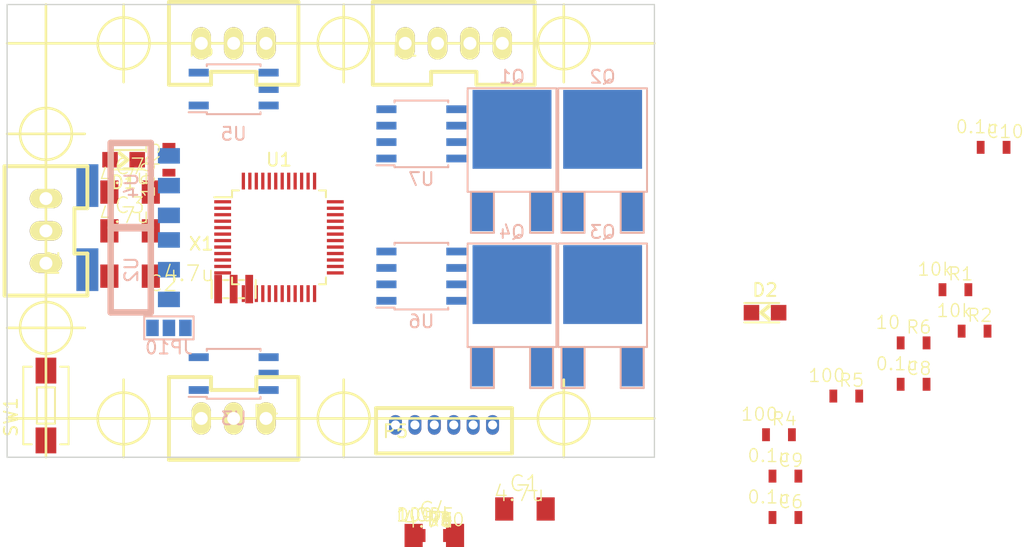
<source format=kicad_pcb>
(kicad_pcb (version 4) (host pcbnew 4.0.7)

  (general
    (links 82)
    (no_connects 81)
    (area -0.050001 -0.050001 50.050001 35.050001)
    (thickness 1.6)
    (drawings 23)
    (tracks 0)
    (zones 0)
    (modules 42)
    (nets 35)
  )

  (page A4)
  (layers
    (0 F.Cu signal)
    (31 B.Cu signal)
    (32 B.Adhes user)
    (33 F.Adhes user)
    (34 B.Paste user)
    (35 F.Paste user)
    (36 B.SilkS user)
    (37 F.SilkS user)
    (38 B.Mask user)
    (39 F.Mask user)
    (40 Dwgs.User user)
    (41 Cmts.User user)
    (42 Eco1.User user)
    (43 Eco2.User user)
    (44 Edge.Cuts user)
    (45 Margin user)
    (46 B.CrtYd user)
    (47 F.CrtYd user)
    (48 B.Fab user)
    (49 F.Fab user)
  )

  (setup
    (last_trace_width 0.25)
    (trace_clearance 0.2)
    (zone_clearance 0.508)
    (zone_45_only no)
    (trace_min 0.2)
    (segment_width 0.2)
    (edge_width 0.1)
    (via_size 0.6)
    (via_drill 0.4)
    (via_min_size 0.4)
    (via_min_drill 0.3)
    (uvia_size 0.3)
    (uvia_drill 0.1)
    (uvias_allowed no)
    (uvia_min_size 0.2)
    (uvia_min_drill 0.1)
    (pcb_text_width 0.3)
    (pcb_text_size 1.5 1.5)
    (mod_edge_width 0.15)
    (mod_text_size 1 1)
    (mod_text_width 0.15)
    (pad_size 1.5 1.5)
    (pad_drill 0.6)
    (pad_to_mask_clearance 0)
    (aux_axis_origin 0 0)
    (visible_elements 7FFFFFFF)
    (pcbplotparams
      (layerselection 0x00030_80000001)
      (usegerberextensions false)
      (excludeedgelayer true)
      (linewidth 0.100000)
      (plotframeref false)
      (viasonmask false)
      (mode 1)
      (useauxorigin false)
      (hpglpennumber 1)
      (hpglpenspeed 20)
      (hpglpendiameter 15)
      (hpglpenoverlay 2)
      (psnegative false)
      (psa4output false)
      (plotreference true)
      (plotvalue true)
      (plotinvisibletext false)
      (padsonsilk false)
      (subtractmaskfromsilk false)
      (outputformat 1)
      (mirror false)
      (drillshape 1)
      (scaleselection 1)
      (outputdirectory ""))
  )

  (net 0 "")
  (net 1 +12V)
  (net 2 GND)
  (net 3 +3.3V)
  (net 4 +5V)
  (net 5 "Net-(D1-Pad2)")
  (net 6 "Net-(D2-Pad2)")
  (net 7 "Net-(JP10-Pad2)")
  (net 8 /SWCLK)
  (net 9 /SWDIO)
  (net 10 /USART_TX)
  (net 11 /USART_RX)
  (net 12 /NRST)
  (net 13 /BOOT0)
  (net 14 "Net-(R6-Pad2)")
  (net 15 /OSC_IN)
  (net 16 /OSC_OUT)
  (net 17 /ENC_A)
  (net 18 "Net-(U1-Pad22)")
  (net 19 "Net-(C1-Pad1)")
  (net 20 "Net-(C1-Pad2)")
  (net 21 "Net-(C4-Pad1)")
  (net 22 "Net-(C4-Pad2)")
  (net 23 /PW_12V)
  (net 24 "Net-(R5-Pad1)")
  (net 25 "Net-(R5-Pad2)")
  (net 26 "Net-(R7-Pad2)")
  (net 27 "Net-(R8-Pad2)")
  (net 28 "Net-(R9-Pad2)")
  (net 29 GNDPWR)
  (net 30 /ENC_B)
  (net 31 /POT)
  (net 32 "Net-(P3-Pad3)")
  (net 33 "Net-(P4-Pad3)")
  (net 34 "Net-(R10-Pad2)")

  (net_class Default "これは標準のネット クラスです。"
    (clearance 0.2)
    (trace_width 0.25)
    (via_dia 0.6)
    (via_drill 0.4)
    (uvia_dia 0.3)
    (uvia_drill 0.1)
    (add_net +12V)
    (add_net +3.3V)
    (add_net +5V)
    (add_net /BOOT0)
    (add_net /ENC_A)
    (add_net /ENC_B)
    (add_net /NRST)
    (add_net /OSC_IN)
    (add_net /OSC_OUT)
    (add_net /POT)
    (add_net /PW_12V)
    (add_net /SWCLK)
    (add_net /SWDIO)
    (add_net /USART_RX)
    (add_net /USART_TX)
    (add_net GND)
    (add_net GNDPWR)
    (add_net "Net-(C1-Pad1)")
    (add_net "Net-(C1-Pad2)")
    (add_net "Net-(C4-Pad1)")
    (add_net "Net-(C4-Pad2)")
    (add_net "Net-(D1-Pad2)")
    (add_net "Net-(D2-Pad2)")
    (add_net "Net-(JP10-Pad2)")
    (add_net "Net-(P3-Pad3)")
    (add_net "Net-(P4-Pad3)")
    (add_net "Net-(R10-Pad2)")
    (add_net "Net-(R5-Pad1)")
    (add_net "Net-(R5-Pad2)")
    (add_net "Net-(R6-Pad2)")
    (add_net "Net-(R7-Pad2)")
    (add_net "Net-(R8-Pad2)")
    (add_net "Net-(R9-Pad2)")
    (add_net "Net-(U1-Pad22)")
  )

  (module RP_KiCAD_Libs:C3216_S (layer F.Cu) (tedit 59C0787B) (tstamp 5A3F5468)
    (at 9.5 21 180)
    (descr <b>CAPACITOR</b>)
    (path /57DCED95)
    (fp_text reference C2 (at -1.27 -1.27 180) (layer F.SilkS)
      (effects (font (size 1.2065 1.2065) (thickness 0.1016)) (justify left bottom))
    )
    (fp_text value 4.7u (at -2.5 -0.5 180) (layer F.SilkS)
      (effects (font (size 1.2065 1.2065) (thickness 0.1016)) (justify left bottom))
    )
    (fp_line (start -0.965 -0.787) (end 0.965 -0.787) (layer Dwgs.User) (width 0.1016))
    (fp_line (start -0.965 0.787) (end 0.965 0.787) (layer Dwgs.User) (width 0.1016))
    (fp_poly (pts (xy -1.7018 0.8509) (xy -0.9517 0.8509) (xy -0.9517 -0.8491) (xy -1.7018 -0.8491)) (layer Dwgs.User) (width 0))
    (fp_poly (pts (xy 0.9517 0.8491) (xy 1.7018 0.8491) (xy 1.7018 -0.8509) (xy 0.9517 -0.8509)) (layer Dwgs.User) (width 0))
    (fp_poly (pts (xy -0.3 0.5001) (xy 0.3 0.5001) (xy 0.3 -0.5001) (xy -0.3 -0.5001)) (layer F.Adhes) (width 0))
    (pad 1 smd rect (at -1.6 0 180) (size 1.4 1.8) (layers F.Cu F.Paste F.Mask)
      (net 1 +12V))
    (pad 2 smd rect (at 1.6 0 180) (size 1.4 1.8) (layers F.Cu F.Paste F.Mask)
      (net 2 GND))
    (model Resistors_SMD.3dshapes/R_1206.wrl
      (at (xyz 0 0 0))
      (scale (xyz 1 1 1))
      (rotate (xyz 0 0 0))
    )
  )

  (module RP_KiCAD_Libs:C3216_S (layer F.Cu) (tedit 59C0787B) (tstamp 5A3F546E)
    (at 9.5 17.5)
    (descr <b>CAPACITOR</b>)
    (path /5815D48B)
    (fp_text reference C3 (at -1.27 -1.27) (layer F.SilkS)
      (effects (font (size 1.2065 1.2065) (thickness 0.1016)) (justify left bottom))
    )
    (fp_text value 4.7u (at -2.5 -0.5) (layer F.SilkS)
      (effects (font (size 1.2065 1.2065) (thickness 0.1016)) (justify left bottom))
    )
    (fp_line (start -0.965 -0.787) (end 0.965 -0.787) (layer Dwgs.User) (width 0.1016))
    (fp_line (start -0.965 0.787) (end 0.965 0.787) (layer Dwgs.User) (width 0.1016))
    (fp_poly (pts (xy -1.7018 0.8509) (xy -0.9517 0.8509) (xy -0.9517 -0.8491) (xy -1.7018 -0.8491)) (layer Dwgs.User) (width 0))
    (fp_poly (pts (xy 0.9517 0.8491) (xy 1.7018 0.8491) (xy 1.7018 -0.8509) (xy 0.9517 -0.8509)) (layer Dwgs.User) (width 0))
    (fp_poly (pts (xy -0.3 0.5001) (xy 0.3 0.5001) (xy 0.3 -0.5001) (xy -0.3 -0.5001)) (layer F.Adhes) (width 0))
    (pad 1 smd rect (at -1.6 0) (size 1.4 1.8) (layers F.Cu F.Paste F.Mask)
      (net 3 +3.3V))
    (pad 2 smd rect (at 1.6 0) (size 1.4 1.8) (layers F.Cu F.Paste F.Mask)
      (net 2 GND))
    (model Resistors_SMD.3dshapes/R_1206.wrl
      (at (xyz 0 0 0))
      (scale (xyz 1 1 1))
      (rotate (xyz 0 0 0))
    )
  )

  (module RP_KiCAD_Libs:C1608_WP_S (layer F.Cu) (tedit 5A30FC30) (tstamp 5A3F5474)
    (at 60.12 39.66)
    (descr <b>CAPACITOR</b>)
    (path /586F7A9C)
    (fp_text reference C6 (at -0.635 -0.635) (layer F.SilkS)
      (effects (font (size 1 1) (thickness 0.1)) (justify left bottom))
    )
    (fp_text value 0.1u (at -3 -1) (layer F.SilkS)
      (effects (font (size 1 1) (thickness 0.1)) (justify left bottom))
    )
    (fp_line (start -0.356 -0.432) (end 0.356 -0.432) (layer Dwgs.User) (width 0.1016))
    (fp_line (start -0.356 0.419) (end 0.356 0.419) (layer Dwgs.User) (width 0.1016))
    (fp_poly (pts (xy -0.8382 0.4699) (xy -0.3381 0.4699) (xy -0.3381 -0.4801) (xy -0.8382 -0.4801)) (layer Dwgs.User) (width 0))
    (fp_poly (pts (xy 0.3302 0.4699) (xy 0.8303 0.4699) (xy 0.8303 -0.4801) (xy 0.3302 -0.4801)) (layer Dwgs.User) (width 0))
    (fp_poly (pts (xy -0.1999 0.3) (xy 0.1999 0.3) (xy 0.1999 -0.3) (xy -0.1999 -0.3)) (layer F.Adhes) (width 0))
    (pad 1 smd rect (at -1 0) (size 0.6 1) (layers F.Cu F.Paste F.Mask)
      (net 2 GND))
    (pad 2 smd rect (at 1 0) (size 0.6 1) (layers F.Cu F.Paste F.Mask)
      (net 3 +3.3V))
    (model Resistors_SMD.3dshapes/R_0603.wrl
      (at (xyz 0 0 0))
      (scale (xyz 1 1 1))
      (rotate (xyz 0 0 0))
    )
  )

  (module RP_KiCAD_Libs:C3216_S (layer F.Cu) (tedit 59C0787B) (tstamp 5A3F547A)
    (at 9.5 14.5)
    (descr <b>CAPACITOR</b>)
    (path /57DCED4E)
    (fp_text reference C7 (at -1.27 -1.27) (layer F.SilkS)
      (effects (font (size 1.2065 1.2065) (thickness 0.1016)) (justify left bottom))
    )
    (fp_text value 4.7u (at -2.5 -0.5) (layer F.SilkS)
      (effects (font (size 1.2065 1.2065) (thickness 0.1016)) (justify left bottom))
    )
    (fp_line (start -0.965 -0.787) (end 0.965 -0.787) (layer Dwgs.User) (width 0.1016))
    (fp_line (start -0.965 0.787) (end 0.965 0.787) (layer Dwgs.User) (width 0.1016))
    (fp_poly (pts (xy -1.7018 0.8509) (xy -0.9517 0.8509) (xy -0.9517 -0.8491) (xy -1.7018 -0.8491)) (layer Dwgs.User) (width 0))
    (fp_poly (pts (xy 0.9517 0.8491) (xy 1.7018 0.8491) (xy 1.7018 -0.8509) (xy 0.9517 -0.8509)) (layer Dwgs.User) (width 0))
    (fp_poly (pts (xy -0.3 0.5001) (xy 0.3 0.5001) (xy 0.3 -0.5001) (xy -0.3 -0.5001)) (layer F.Adhes) (width 0))
    (pad 1 smd rect (at -1.6 0) (size 1.4 1.8) (layers F.Cu F.Paste F.Mask)
      (net 4 +5V))
    (pad 2 smd rect (at 1.6 0) (size 1.4 1.8) (layers F.Cu F.Paste F.Mask)
      (net 2 GND))
    (model Resistors_SMD.3dshapes/R_1206.wrl
      (at (xyz 0 0 0))
      (scale (xyz 1 1 1))
      (rotate (xyz 0 0 0))
    )
  )

  (module RP_KiCAD_Libs:C1608_WP_S (layer F.Cu) (tedit 5A30FC30) (tstamp 5A3F5480)
    (at 70.02 29.36)
    (descr <b>CAPACITOR</b>)
    (path /581BF2D3)
    (fp_text reference C8 (at -0.635 -0.635) (layer F.SilkS)
      (effects (font (size 1 1) (thickness 0.1)) (justify left bottom))
    )
    (fp_text value 0.1u (at -3 -1) (layer F.SilkS)
      (effects (font (size 1 1) (thickness 0.1)) (justify left bottom))
    )
    (fp_line (start -0.356 -0.432) (end 0.356 -0.432) (layer Dwgs.User) (width 0.1016))
    (fp_line (start -0.356 0.419) (end 0.356 0.419) (layer Dwgs.User) (width 0.1016))
    (fp_poly (pts (xy -0.8382 0.4699) (xy -0.3381 0.4699) (xy -0.3381 -0.4801) (xy -0.8382 -0.4801)) (layer Dwgs.User) (width 0))
    (fp_poly (pts (xy 0.3302 0.4699) (xy 0.8303 0.4699) (xy 0.8303 -0.4801) (xy 0.3302 -0.4801)) (layer Dwgs.User) (width 0))
    (fp_poly (pts (xy -0.1999 0.3) (xy 0.1999 0.3) (xy 0.1999 -0.3) (xy -0.1999 -0.3)) (layer F.Adhes) (width 0))
    (pad 1 smd rect (at -1 0) (size 0.6 1) (layers F.Cu F.Paste F.Mask)
      (net 2 GND))
    (pad 2 smd rect (at 1 0) (size 0.6 1) (layers F.Cu F.Paste F.Mask)
      (net 3 +3.3V))
    (model Resistors_SMD.3dshapes/R_0603.wrl
      (at (xyz 0 0 0))
      (scale (xyz 1 1 1))
      (rotate (xyz 0 0 0))
    )
  )

  (module RP_KiCAD_Libs:C1608_WP_S (layer F.Cu) (tedit 5A30FC30) (tstamp 5A3F5486)
    (at 60.12 36.46)
    (descr <b>CAPACITOR</b>)
    (path /581BF21A)
    (fp_text reference C9 (at -0.635 -0.635) (layer F.SilkS)
      (effects (font (size 1 1) (thickness 0.1)) (justify left bottom))
    )
    (fp_text value 0.1u (at -3 -1) (layer F.SilkS)
      (effects (font (size 1 1) (thickness 0.1)) (justify left bottom))
    )
    (fp_line (start -0.356 -0.432) (end 0.356 -0.432) (layer Dwgs.User) (width 0.1016))
    (fp_line (start -0.356 0.419) (end 0.356 0.419) (layer Dwgs.User) (width 0.1016))
    (fp_poly (pts (xy -0.8382 0.4699) (xy -0.3381 0.4699) (xy -0.3381 -0.4801) (xy -0.8382 -0.4801)) (layer Dwgs.User) (width 0))
    (fp_poly (pts (xy 0.3302 0.4699) (xy 0.8303 0.4699) (xy 0.8303 -0.4801) (xy 0.3302 -0.4801)) (layer Dwgs.User) (width 0))
    (fp_poly (pts (xy -0.1999 0.3) (xy 0.1999 0.3) (xy 0.1999 -0.3) (xy -0.1999 -0.3)) (layer F.Adhes) (width 0))
    (pad 1 smd rect (at -1 0) (size 0.6 1) (layers F.Cu F.Paste F.Mask)
      (net 2 GND))
    (pad 2 smd rect (at 1 0) (size 0.6 1) (layers F.Cu F.Paste F.Mask)
      (net 3 +3.3V))
    (model Resistors_SMD.3dshapes/R_0603.wrl
      (at (xyz 0 0 0))
      (scale (xyz 1 1 1))
      (rotate (xyz 0 0 0))
    )
  )

  (module RP_KiCAD_Libs:C1608_WP_S (layer F.Cu) (tedit 5A30FC30) (tstamp 5A3F548C)
    (at 76.2 11.04)
    (descr <b>CAPACITOR</b>)
    (path /586F7A8A)
    (fp_text reference C10 (at -0.635 -0.635) (layer F.SilkS)
      (effects (font (size 1 1) (thickness 0.1)) (justify left bottom))
    )
    (fp_text value 0.1u (at -3 -1) (layer F.SilkS)
      (effects (font (size 1 1) (thickness 0.1)) (justify left bottom))
    )
    (fp_line (start -0.356 -0.432) (end 0.356 -0.432) (layer Dwgs.User) (width 0.1016))
    (fp_line (start -0.356 0.419) (end 0.356 0.419) (layer Dwgs.User) (width 0.1016))
    (fp_poly (pts (xy -0.8382 0.4699) (xy -0.3381 0.4699) (xy -0.3381 -0.4801) (xy -0.8382 -0.4801)) (layer Dwgs.User) (width 0))
    (fp_poly (pts (xy 0.3302 0.4699) (xy 0.8303 0.4699) (xy 0.8303 -0.4801) (xy 0.3302 -0.4801)) (layer Dwgs.User) (width 0))
    (fp_poly (pts (xy -0.1999 0.3) (xy 0.1999 0.3) (xy 0.1999 -0.3) (xy -0.1999 -0.3)) (layer F.Adhes) (width 0))
    (pad 1 smd rect (at -1 0) (size 0.6 1) (layers F.Cu F.Paste F.Mask)
      (net 2 GND))
    (pad 2 smd rect (at 1 0) (size 0.6 1) (layers F.Cu F.Paste F.Mask)
      (net 3 +3.3V))
    (model Resistors_SMD.3dshapes/R_0603.wrl
      (at (xyz 0 0 0))
      (scale (xyz 1 1 1))
      (rotate (xyz 0 0 0))
    )
  )

  (module LEDs:LED_0805 (layer F.Cu) (tedit 58CA0E5D) (tstamp 5A3F5498)
    (at 9 12 180)
    (descr "LED 0805 smd package")
    (tags "LED 0805 SMD")
    (path /57DD2FEB)
    (attr smd)
    (fp_text reference D1 (at 0 -1.75 180) (layer F.SilkS)
      (effects (font (size 1 1) (thickness 0.15)))
    )
    (fp_text value LED (at 0 1.75 180) (layer F.Fab)
      (effects (font (size 1 1) (thickness 0.15)))
    )
    (fp_line (start -0.3 0) (end 0.3 0.5) (layer F.SilkS) (width 0.3))
    (fp_line (start -0.3 0) (end 0.3 -0.5) (layer F.SilkS) (width 0.3))
    (fp_line (start -1.6 0.75) (end 1.1 0.75) (layer F.SilkS) (width 0.15))
    (fp_line (start -1.6 -0.75) (end 1.1 -0.75) (layer F.SilkS) (width 0.15))
    (fp_line (start 1.9 -0.95) (end 1.9 0.95) (layer F.CrtYd) (width 0.05))
    (fp_line (start 1.9 0.95) (end -1.9 0.95) (layer F.CrtYd) (width 0.05))
    (fp_line (start -1.9 0.95) (end -1.9 -0.95) (layer F.CrtYd) (width 0.05))
    (fp_line (start -1.9 -0.95) (end 1.9 -0.95) (layer F.CrtYd) (width 0.05))
    (pad 1 smd rect (at 1.04902 0) (size 1.19888 1.19888) (layers F.Cu F.Paste F.Mask)
      (net 3 +3.3V))
    (pad 2 smd rect (at -1.04902 0) (size 1.19888 1.19888) (layers F.Cu F.Paste F.Mask)
      (net 5 "Net-(D1-Pad2)"))
    (model LEDs.3dshapes/LED_0805.wrl
      (at (xyz 0 0 0))
      (scale (xyz 1 1 1))
      (rotate (xyz 0 0 0))
    )
  )

  (module LEDs:LED_0805 (layer F.Cu) (tedit 58CA0E5D) (tstamp 5A3F549E)
    (at 58.545001 23.825)
    (descr "LED 0805 smd package")
    (tags "LED 0805 SMD")
    (path /57DD3BCB)
    (attr smd)
    (fp_text reference D2 (at 0 -1.75) (layer F.SilkS)
      (effects (font (size 1 1) (thickness 0.15)))
    )
    (fp_text value LED (at 0 1.75) (layer F.Fab)
      (effects (font (size 1 1) (thickness 0.15)))
    )
    (fp_line (start -0.3 0) (end 0.3 0.5) (layer F.SilkS) (width 0.3))
    (fp_line (start -0.3 0) (end 0.3 -0.5) (layer F.SilkS) (width 0.3))
    (fp_line (start -1.6 0.75) (end 1.1 0.75) (layer F.SilkS) (width 0.15))
    (fp_line (start -1.6 -0.75) (end 1.1 -0.75) (layer F.SilkS) (width 0.15))
    (fp_line (start 1.9 -0.95) (end 1.9 0.95) (layer F.CrtYd) (width 0.05))
    (fp_line (start 1.9 0.95) (end -1.9 0.95) (layer F.CrtYd) (width 0.05))
    (fp_line (start -1.9 0.95) (end -1.9 -0.95) (layer F.CrtYd) (width 0.05))
    (fp_line (start -1.9 -0.95) (end 1.9 -0.95) (layer F.CrtYd) (width 0.05))
    (pad 1 smd rect (at 1.04902 0 180) (size 1.19888 1.19888) (layers F.Cu F.Paste F.Mask))
    (pad 2 smd rect (at -1.04902 0 180) (size 1.19888 1.19888) (layers F.Cu F.Paste F.Mask)
      (net 6 "Net-(D2-Pad2)"))
    (model LEDs.3dshapes/LED_0805.wrl
      (at (xyz 0 0 0))
      (scale (xyz 1 1 1))
      (rotate (xyz 0 0 0))
    )
  )

  (module Connect:GS3 (layer B.Cu) (tedit 0) (tstamp 5A3F54AB)
    (at 12.5 25 270)
    (descr "Pontet Goute de soudure")
    (path /5815AB47)
    (attr virtual)
    (fp_text reference JP10 (at 1.524 0 540) (layer B.SilkS)
      (effects (font (size 1 1) (thickness 0.15)) (justify mirror))
    )
    (fp_text value JUMPER3 (at 1.524 0 540) (layer B.Fab)
      (effects (font (size 1 1) (thickness 0.15)) (justify mirror))
    )
    (fp_line (start -0.889 1.905) (end -0.889 -1.905) (layer B.SilkS) (width 0.15))
    (fp_line (start -0.889 -1.905) (end 0.889 -1.905) (layer B.SilkS) (width 0.15))
    (fp_line (start 0.889 -1.905) (end 0.889 1.905) (layer B.SilkS) (width 0.15))
    (fp_line (start -0.889 1.905) (end 0.889 1.905) (layer B.SilkS) (width 0.15))
    (pad 1 smd rect (at 0 1.27 270) (size 1.27 0.9652) (layers B.Cu B.Paste B.Mask)
      (net 4 +5V))
    (pad 2 smd rect (at 0 0 270) (size 1.27 0.9652) (layers B.Cu B.Paste B.Mask)
      (net 7 "Net-(JP10-Pad2)"))
    (pad 3 smd rect (at 0 -1.27 270) (size 1.27 0.9652) (layers B.Cu B.Paste B.Mask)
      (net 3 +3.3V))
  )

  (module RP_KiCAD_Connector:ZH_6T (layer F.Cu) (tedit 585B7582) (tstamp 5A3F54C5)
    (at 30 32.5)
    (path /57DDCDDC)
    (fp_text reference P5 (at 0 0.5) (layer F.SilkS)
      (effects (font (size 1 1) (thickness 0.15)))
    )
    (fp_text value CONN_01X06 (at 3.5 1.5) (layer F.Fab)
      (effects (font (size 1 1) (thickness 0.15)))
    )
    (fp_line (start -1.5 -1.3) (end 9 -1.3) (layer F.SilkS) (width 0.3))
    (fp_line (start 9 -1.3) (end 9 2.2) (layer F.SilkS) (width 0.3))
    (fp_line (start 9 2.2) (end -1.5 2.2) (layer F.SilkS) (width 0.3))
    (fp_line (start -1.5 2.2) (end -1.5 -1.3) (layer F.SilkS) (width 0.3))
    (pad 1 thru_hole oval (at 0 0) (size 1 1.524) (drill 0.7) (layers *.Cu *.Mask)
      (net 2 GND))
    (pad 2 thru_hole oval (at 1.5 0) (size 1 1.524) (drill 0.7) (layers *.Cu *.Mask)
      (net 7 "Net-(JP10-Pad2)"))
    (pad 3 thru_hole oval (at 3 0) (size 1 1.524) (drill 0.7) (layers *.Cu *.Mask)
      (net 8 /SWCLK))
    (pad 4 thru_hole oval (at 4.5 0) (size 1 1.524) (drill 0.7) (layers *.Cu *.Mask)
      (net 9 /SWDIO))
    (pad 5 thru_hole oval (at 6 0) (size 1 1.524) (drill 0.7) (layers *.Cu *.Mask)
      (net 10 /USART_TX))
    (pad 6 thru_hole oval (at 7.5 0) (size 1 1.524) (drill 0.7) (layers *.Cu *.Mask)
      (net 11 /USART_RX))
    (model conn_ZRandZH/ZH_6T.wrl
      (at (xyz 0.148 0.05 0))
      (scale (xyz 4 4 4))
      (rotate (xyz -90 0 180))
    )
  )

  (module TO_SOT_Packages_SMD:TO-252-2Lead (layer B.Cu) (tedit 0) (tstamp 5A3F54D2)
    (at 39 16 180)
    (descr "DPAK / TO-252 2-lead smd package")
    (tags "dpak TO-252")
    (path /5A3F6AF5)
    (attr smd)
    (fp_text reference Q1 (at 0 10.414 180) (layer B.SilkS)
      (effects (font (size 1 1) (thickness 0.15)) (justify mirror))
    )
    (fp_text value MOSFET_N (at 0 2.413 180) (layer B.Fab)
      (effects (font (size 1 1) (thickness 0.15)) (justify mirror))
    )
    (fp_line (start 1.397 1.524) (end 1.397 -1.651) (layer B.SilkS) (width 0.15))
    (fp_line (start 1.397 -1.651) (end 3.175 -1.651) (layer B.SilkS) (width 0.15))
    (fp_line (start 3.175 -1.651) (end 3.175 1.524) (layer B.SilkS) (width 0.15))
    (fp_line (start -3.175 1.524) (end -3.175 -1.651) (layer B.SilkS) (width 0.15))
    (fp_line (start -3.175 -1.651) (end -1.397 -1.651) (layer B.SilkS) (width 0.15))
    (fp_line (start -1.397 -1.651) (end -1.397 1.524) (layer B.SilkS) (width 0.15))
    (fp_line (start 3.429 7.62) (end 3.429 1.524) (layer B.SilkS) (width 0.15))
    (fp_line (start 3.429 1.524) (end -3.429 1.524) (layer B.SilkS) (width 0.15))
    (fp_line (start -3.429 1.524) (end -3.429 9.398) (layer B.SilkS) (width 0.15))
    (fp_line (start -3.429 9.525) (end 3.429 9.525) (layer B.SilkS) (width 0.15))
    (fp_line (start 3.429 9.398) (end 3.429 7.62) (layer B.SilkS) (width 0.15))
    (pad 1 smd rect (at -2.286 0 180) (size 1.651 3.048) (layers B.Cu B.Paste B.Mask))
    (pad 2 smd rect (at 0 6.35 180) (size 6.096 6.096) (layers B.Cu B.Paste B.Mask))
    (pad 3 smd rect (at 2.286 0 180) (size 1.651 3.048) (layers B.Cu B.Paste B.Mask))
    (model TO_SOT_Packages_SMD.3dshapes/TO-252-2Lead.wrl
      (at (xyz 0 0 0))
      (scale (xyz 1 1 1))
      (rotate (xyz 0 0 0))
    )
  )

  (module RP_KiCAD_Libs:C1608_WP_S (layer F.Cu) (tedit 5A30FC30) (tstamp 5A3F54D8)
    (at 73.25 22.05)
    (descr <b>CAPACITOR</b>)
    (path /5773CB7C)
    (fp_text reference R1 (at -0.635 -0.635) (layer F.SilkS)
      (effects (font (size 1 1) (thickness 0.1)) (justify left bottom))
    )
    (fp_text value 10k (at -3 -1) (layer F.SilkS)
      (effects (font (size 1 1) (thickness 0.1)) (justify left bottom))
    )
    (fp_line (start -0.356 -0.432) (end 0.356 -0.432) (layer Dwgs.User) (width 0.1016))
    (fp_line (start -0.356 0.419) (end 0.356 0.419) (layer Dwgs.User) (width 0.1016))
    (fp_poly (pts (xy -0.8382 0.4699) (xy -0.3381 0.4699) (xy -0.3381 -0.4801) (xy -0.8382 -0.4801)) (layer Dwgs.User) (width 0))
    (fp_poly (pts (xy 0.3302 0.4699) (xy 0.8303 0.4699) (xy 0.8303 -0.4801) (xy 0.3302 -0.4801)) (layer Dwgs.User) (width 0))
    (fp_poly (pts (xy -0.1999 0.3) (xy 0.1999 0.3) (xy 0.1999 -0.3) (xy -0.1999 -0.3)) (layer F.Adhes) (width 0))
    (pad 1 smd rect (at -1 0) (size 0.6 1) (layers F.Cu F.Paste F.Mask)
      (net 3 +3.3V))
    (pad 2 smd rect (at 1 0) (size 0.6 1) (layers F.Cu F.Paste F.Mask)
      (net 12 /NRST))
    (model Resistors_SMD.3dshapes/R_0603.wrl
      (at (xyz 0 0 0))
      (scale (xyz 1 1 1))
      (rotate (xyz 0 0 0))
    )
  )

  (module RP_KiCAD_Libs:C1608_WP_S (layer F.Cu) (tedit 5A30FC30) (tstamp 5A3F54DE)
    (at 74.73 25.25)
    (descr <b>CAPACITOR</b>)
    (path /5773D19C)
    (fp_text reference R2 (at -0.635 -0.635) (layer F.SilkS)
      (effects (font (size 1 1) (thickness 0.1)) (justify left bottom))
    )
    (fp_text value 10k (at -3 -1) (layer F.SilkS)
      (effects (font (size 1 1) (thickness 0.1)) (justify left bottom))
    )
    (fp_line (start -0.356 -0.432) (end 0.356 -0.432) (layer Dwgs.User) (width 0.1016))
    (fp_line (start -0.356 0.419) (end 0.356 0.419) (layer Dwgs.User) (width 0.1016))
    (fp_poly (pts (xy -0.8382 0.4699) (xy -0.3381 0.4699) (xy -0.3381 -0.4801) (xy -0.8382 -0.4801)) (layer Dwgs.User) (width 0))
    (fp_poly (pts (xy 0.3302 0.4699) (xy 0.8303 0.4699) (xy 0.8303 -0.4801) (xy 0.3302 -0.4801)) (layer Dwgs.User) (width 0))
    (fp_poly (pts (xy -0.1999 0.3) (xy 0.1999 0.3) (xy 0.1999 -0.3) (xy -0.1999 -0.3)) (layer F.Adhes) (width 0))
    (pad 1 smd rect (at -1 0) (size 0.6 1) (layers F.Cu F.Paste F.Mask)
      (net 2 GND))
    (pad 2 smd rect (at 1 0) (size 0.6 1) (layers F.Cu F.Paste F.Mask)
      (net 13 /BOOT0))
    (model Resistors_SMD.3dshapes/R_0603.wrl
      (at (xyz 0 0 0))
      (scale (xyz 1 1 1))
      (rotate (xyz 0 0 0))
    )
  )

  (module RP_KiCAD_Libs:C1608_WP_S (layer F.Cu) (tedit 5A30FC30) (tstamp 5A3F54E4)
    (at 12.5 12 90)
    (descr <b>CAPACITOR</b>)
    (path /57DD3091)
    (fp_text reference R3 (at -0.635 -0.635 90) (layer F.SilkS)
      (effects (font (size 1 1) (thickness 0.1)) (justify left bottom))
    )
    (fp_text value 100 (at -3 -1 90) (layer F.SilkS)
      (effects (font (size 1 1) (thickness 0.1)) (justify left bottom))
    )
    (fp_line (start -0.356 -0.432) (end 0.356 -0.432) (layer Dwgs.User) (width 0.1016))
    (fp_line (start -0.356 0.419) (end 0.356 0.419) (layer Dwgs.User) (width 0.1016))
    (fp_poly (pts (xy -0.8382 0.4699) (xy -0.3381 0.4699) (xy -0.3381 -0.4801) (xy -0.8382 -0.4801)) (layer Dwgs.User) (width 0))
    (fp_poly (pts (xy 0.3302 0.4699) (xy 0.8303 0.4699) (xy 0.8303 -0.4801) (xy 0.3302 -0.4801)) (layer Dwgs.User) (width 0))
    (fp_poly (pts (xy -0.1999 0.3) (xy 0.1999 0.3) (xy 0.1999 -0.3) (xy -0.1999 -0.3)) (layer F.Adhes) (width 0))
    (pad 1 smd rect (at -1 0 90) (size 0.6 1) (layers F.Cu F.Paste F.Mask)
      (net 5 "Net-(D1-Pad2)"))
    (pad 2 smd rect (at 1 0 90) (size 0.6 1) (layers F.Cu F.Paste F.Mask)
      (net 2 GND))
    (model Resistors_SMD.3dshapes/R_0603.wrl
      (at (xyz 0 0 0))
      (scale (xyz 1 1 1))
      (rotate (xyz 0 0 0))
    )
  )

  (module RP_KiCAD_Libs:C1608_WP_S (layer F.Cu) (tedit 5A30FC30) (tstamp 5A3F54EA)
    (at 59.62 33.26)
    (descr <b>CAPACITOR</b>)
    (path /57DD3BD1)
    (fp_text reference R4 (at -0.635 -0.635) (layer F.SilkS)
      (effects (font (size 1 1) (thickness 0.1)) (justify left bottom))
    )
    (fp_text value 100 (at -3 -1) (layer F.SilkS)
      (effects (font (size 1 1) (thickness 0.1)) (justify left bottom))
    )
    (fp_line (start -0.356 -0.432) (end 0.356 -0.432) (layer Dwgs.User) (width 0.1016))
    (fp_line (start -0.356 0.419) (end 0.356 0.419) (layer Dwgs.User) (width 0.1016))
    (fp_poly (pts (xy -0.8382 0.4699) (xy -0.3381 0.4699) (xy -0.3381 -0.4801) (xy -0.8382 -0.4801)) (layer Dwgs.User) (width 0))
    (fp_poly (pts (xy 0.3302 0.4699) (xy 0.8303 0.4699) (xy 0.8303 -0.4801) (xy 0.3302 -0.4801)) (layer Dwgs.User) (width 0))
    (fp_poly (pts (xy -0.1999 0.3) (xy 0.1999 0.3) (xy 0.1999 -0.3) (xy -0.1999 -0.3)) (layer F.Adhes) (width 0))
    (pad 1 smd rect (at -1 0) (size 0.6 1) (layers F.Cu F.Paste F.Mask)
      (net 6 "Net-(D2-Pad2)"))
    (pad 2 smd rect (at 1 0) (size 0.6 1) (layers F.Cu F.Paste F.Mask)
      (net 2 GND))
    (model Resistors_SMD.3dshapes/R_0603.wrl
      (at (xyz 0 0 0))
      (scale (xyz 1 1 1))
      (rotate (xyz 0 0 0))
    )
  )

  (module RP_KiCAD_Libs:C1608_WP_S (layer F.Cu) (tedit 5A30FC30) (tstamp 5A3F54F0)
    (at 64.82 30.27)
    (descr <b>CAPACITOR</b>)
    (path /5A3FAAFF)
    (fp_text reference R5 (at -0.635 -0.635) (layer F.SilkS)
      (effects (font (size 1 1) (thickness 0.1)) (justify left bottom))
    )
    (fp_text value 100 (at -3 -1) (layer F.SilkS)
      (effects (font (size 1 1) (thickness 0.1)) (justify left bottom))
    )
    (fp_line (start -0.356 -0.432) (end 0.356 -0.432) (layer Dwgs.User) (width 0.1016))
    (fp_line (start -0.356 0.419) (end 0.356 0.419) (layer Dwgs.User) (width 0.1016))
    (fp_poly (pts (xy -0.8382 0.4699) (xy -0.3381 0.4699) (xy -0.3381 -0.4801) (xy -0.8382 -0.4801)) (layer Dwgs.User) (width 0))
    (fp_poly (pts (xy 0.3302 0.4699) (xy 0.8303 0.4699) (xy 0.8303 -0.4801) (xy 0.3302 -0.4801)) (layer Dwgs.User) (width 0))
    (fp_poly (pts (xy -0.1999 0.3) (xy 0.1999 0.3) (xy 0.1999 -0.3) (xy -0.1999 -0.3)) (layer F.Adhes) (width 0))
    (pad 1 smd rect (at -1 0) (size 0.6 1) (layers F.Cu F.Paste F.Mask)
      (net 24 "Net-(R5-Pad1)"))
    (pad 2 smd rect (at 1 0) (size 0.6 1) (layers F.Cu F.Paste F.Mask)
      (net 25 "Net-(R5-Pad2)"))
    (model Resistors_SMD.3dshapes/R_0603.wrl
      (at (xyz 0 0 0))
      (scale (xyz 1 1 1))
      (rotate (xyz 0 0 0))
    )
  )

  (module RP_KiCAD_Libs:C1608_WP_S (layer F.Cu) (tedit 5A30FC30) (tstamp 5A3F54F6)
    (at 70.02 26.16)
    (descr <b>CAPACITOR</b>)
    (path /5A3F6C98)
    (fp_text reference R6 (at -0.635 -0.635) (layer F.SilkS)
      (effects (font (size 1 1) (thickness 0.1)) (justify left bottom))
    )
    (fp_text value 10 (at -3 -1) (layer F.SilkS)
      (effects (font (size 1 1) (thickness 0.1)) (justify left bottom))
    )
    (fp_line (start -0.356 -0.432) (end 0.356 -0.432) (layer Dwgs.User) (width 0.1016))
    (fp_line (start -0.356 0.419) (end 0.356 0.419) (layer Dwgs.User) (width 0.1016))
    (fp_poly (pts (xy -0.8382 0.4699) (xy -0.3381 0.4699) (xy -0.3381 -0.4801) (xy -0.8382 -0.4801)) (layer Dwgs.User) (width 0))
    (fp_poly (pts (xy 0.3302 0.4699) (xy 0.8303 0.4699) (xy 0.8303 -0.4801) (xy 0.3302 -0.4801)) (layer Dwgs.User) (width 0))
    (fp_poly (pts (xy -0.1999 0.3) (xy 0.1999 0.3) (xy 0.1999 -0.3) (xy -0.1999 -0.3)) (layer F.Adhes) (width 0))
    (pad 1 smd rect (at -1 0) (size 0.6 1) (layers F.Cu F.Paste F.Mask))
    (pad 2 smd rect (at 1 0) (size 0.6 1) (layers F.Cu F.Paste F.Mask)
      (net 14 "Net-(R6-Pad2)"))
    (model Resistors_SMD.3dshapes/R_0603.wrl
      (at (xyz 0 0 0))
      (scale (xyz 1 1 1))
      (rotate (xyz 0 0 0))
    )
  )

  (module Buttons_Switches_SMD:SW_SPST_EVQPE1 (layer F.Cu) (tedit 55DB43C0) (tstamp 5A3F54FC)
    (at 3 31 90)
    (descr "Light Touch Switch")
    (path /5773C76A)
    (attr smd)
    (fp_text reference SW1 (at -0.9 -2.7 90) (layer F.SilkS)
      (effects (font (size 1 1) (thickness 0.15)))
    )
    (fp_text value SW_PUSH (at 0 0 90) (layer F.Fab)
      (effects (font (size 1 1) (thickness 0.15)))
    )
    (fp_line (start -1.4 -0.7) (end 1.4 -0.7) (layer F.SilkS) (width 0.15))
    (fp_line (start 1.4 -0.7) (end 1.4 0.7) (layer F.SilkS) (width 0.15))
    (fp_line (start 1.4 0.7) (end -1.4 0.7) (layer F.SilkS) (width 0.15))
    (fp_line (start -1.4 0.7) (end -1.4 -0.7) (layer F.SilkS) (width 0.15))
    (fp_line (start -3.95 -2) (end 3.95 -2) (layer F.CrtYd) (width 0.05))
    (fp_line (start 3.95 -2) (end 3.95 2) (layer F.CrtYd) (width 0.05))
    (fp_line (start 3.95 2) (end -3.95 2) (layer F.CrtYd) (width 0.05))
    (fp_line (start -3.95 2) (end -3.95 -2) (layer F.CrtYd) (width 0.05))
    (fp_line (start 3 -1.75) (end 3 -1.1) (layer F.SilkS) (width 0.15))
    (fp_line (start 3 1.75) (end 3 1.1) (layer F.SilkS) (width 0.15))
    (fp_line (start -3 1.1) (end -3 1.75) (layer F.SilkS) (width 0.15))
    (fp_line (start -3 -1.75) (end -3 -1.1) (layer F.SilkS) (width 0.15))
    (fp_line (start 3 -1.75) (end -3 -1.75) (layer F.SilkS) (width 0.15))
    (fp_line (start -3 1.75) (end 3 1.75) (layer F.SilkS) (width 0.15))
    (pad 2 smd rect (at 2.7 0 90) (size 2 1.6) (layers F.Cu F.Paste F.Mask)
      (net 12 /NRST))
    (pad 1 smd rect (at -2.7 0 90) (size 2 1.6) (layers F.Cu F.Paste F.Mask)
      (net 2 GND))
  )

  (module Housings_QFP:LQFP-48_7x7mm_Pitch0.5mm (layer F.Cu) (tedit 54130A77) (tstamp 5A3F5530)
    (at 21 18)
    (descr "48 LEAD LQFP 7x7mm (see MICREL LQFP7x7-48LD-PL-1.pdf)")
    (tags "QFP 0.5")
    (path /5773BC88)
    (attr smd)
    (fp_text reference U1 (at 0 -6) (layer F.SilkS)
      (effects (font (size 1 1) (thickness 0.15)))
    )
    (fp_text value STM32F103_48 (at 0 6) (layer F.Fab)
      (effects (font (size 1 1) (thickness 0.15)))
    )
    (fp_line (start -5.25 -5.25) (end -5.25 5.25) (layer F.CrtYd) (width 0.05))
    (fp_line (start 5.25 -5.25) (end 5.25 5.25) (layer F.CrtYd) (width 0.05))
    (fp_line (start -5.25 -5.25) (end 5.25 -5.25) (layer F.CrtYd) (width 0.05))
    (fp_line (start -5.25 5.25) (end 5.25 5.25) (layer F.CrtYd) (width 0.05))
    (fp_line (start -3.625 -3.625) (end -3.625 -3.1) (layer F.SilkS) (width 0.15))
    (fp_line (start 3.625 -3.625) (end 3.625 -3.1) (layer F.SilkS) (width 0.15))
    (fp_line (start 3.625 3.625) (end 3.625 3.1) (layer F.SilkS) (width 0.15))
    (fp_line (start -3.625 3.625) (end -3.625 3.1) (layer F.SilkS) (width 0.15))
    (fp_line (start -3.625 -3.625) (end -3.1 -3.625) (layer F.SilkS) (width 0.15))
    (fp_line (start -3.625 3.625) (end -3.1 3.625) (layer F.SilkS) (width 0.15))
    (fp_line (start 3.625 3.625) (end 3.1 3.625) (layer F.SilkS) (width 0.15))
    (fp_line (start 3.625 -3.625) (end 3.1 -3.625) (layer F.SilkS) (width 0.15))
    (fp_line (start -3.625 -3.1) (end -5 -3.1) (layer F.SilkS) (width 0.15))
    (pad 1 smd rect (at -4.35 -2.75) (size 1.3 0.25) (layers F.Cu F.Paste F.Mask))
    (pad 2 smd rect (at -4.35 -2.25) (size 1.3 0.25) (layers F.Cu F.Paste F.Mask))
    (pad 3 smd rect (at -4.35 -1.75) (size 1.3 0.25) (layers F.Cu F.Paste F.Mask))
    (pad 4 smd rect (at -4.35 -1.25) (size 1.3 0.25) (layers F.Cu F.Paste F.Mask))
    (pad 5 smd rect (at -4.35 -0.75) (size 1.3 0.25) (layers F.Cu F.Paste F.Mask)
      (net 15 /OSC_IN))
    (pad 6 smd rect (at -4.35 -0.25) (size 1.3 0.25) (layers F.Cu F.Paste F.Mask)
      (net 16 /OSC_OUT))
    (pad 7 smd rect (at -4.35 0.25) (size 1.3 0.25) (layers F.Cu F.Paste F.Mask)
      (net 12 /NRST))
    (pad 8 smd rect (at -4.35 0.75) (size 1.3 0.25) (layers F.Cu F.Paste F.Mask)
      (net 2 GND))
    (pad 9 smd rect (at -4.35 1.25) (size 1.3 0.25) (layers F.Cu F.Paste F.Mask)
      (net 3 +3.3V))
    (pad 10 smd rect (at -4.35 1.75) (size 1.3 0.25) (layers F.Cu F.Paste F.Mask)
      (net 17 /ENC_A))
    (pad 11 smd rect (at -4.35 2.25) (size 1.3 0.25) (layers F.Cu F.Paste F.Mask)
      (net 30 /ENC_B))
    (pad 12 smd rect (at -4.35 2.75) (size 1.3 0.25) (layers F.Cu F.Paste F.Mask)
      (net 31 /POT))
    (pad 13 smd rect (at -2.75 4.35 90) (size 1.3 0.25) (layers F.Cu F.Paste F.Mask))
    (pad 14 smd rect (at -2.25 4.35 90) (size 1.3 0.25) (layers F.Cu F.Paste F.Mask))
    (pad 15 smd rect (at -1.75 4.35 90) (size 1.3 0.25) (layers F.Cu F.Paste F.Mask))
    (pad 16 smd rect (at -1.25 4.35 90) (size 1.3 0.25) (layers F.Cu F.Paste F.Mask))
    (pad 17 smd rect (at -0.75 4.35 90) (size 1.3 0.25) (layers F.Cu F.Paste F.Mask))
    (pad 18 smd rect (at -0.25 4.35 90) (size 1.3 0.25) (layers F.Cu F.Paste F.Mask))
    (pad 19 smd rect (at 0.25 4.35 90) (size 1.3 0.25) (layers F.Cu F.Paste F.Mask))
    (pad 20 smd rect (at 0.75 4.35 90) (size 1.3 0.25) (layers F.Cu F.Paste F.Mask))
    (pad 21 smd rect (at 1.25 4.35 90) (size 1.3 0.25) (layers F.Cu F.Paste F.Mask)
      (net 25 "Net-(R5-Pad2)"))
    (pad 22 smd rect (at 1.75 4.35 90) (size 1.3 0.25) (layers F.Cu F.Paste F.Mask)
      (net 18 "Net-(U1-Pad22)"))
    (pad 23 smd rect (at 2.25 4.35 90) (size 1.3 0.25) (layers F.Cu F.Paste F.Mask)
      (net 2 GND))
    (pad 24 smd rect (at 2.75 4.35 90) (size 1.3 0.25) (layers F.Cu F.Paste F.Mask)
      (net 3 +3.3V))
    (pad 25 smd rect (at 4.35 2.75) (size 1.3 0.25) (layers F.Cu F.Paste F.Mask))
    (pad 26 smd rect (at 4.35 2.25) (size 1.3 0.25) (layers F.Cu F.Paste F.Mask))
    (pad 27 smd rect (at 4.35 1.75) (size 1.3 0.25) (layers F.Cu F.Paste F.Mask))
    (pad 28 smd rect (at 4.35 1.25) (size 1.3 0.25) (layers F.Cu F.Paste F.Mask))
    (pad 29 smd rect (at 4.35 0.75) (size 1.3 0.25) (layers F.Cu F.Paste F.Mask))
    (pad 30 smd rect (at 4.35 0.25) (size 1.3 0.25) (layers F.Cu F.Paste F.Mask)
      (net 10 /USART_TX))
    (pad 31 smd rect (at 4.35 -0.25) (size 1.3 0.25) (layers F.Cu F.Paste F.Mask)
      (net 11 /USART_RX))
    (pad 32 smd rect (at 4.35 -0.75) (size 1.3 0.25) (layers F.Cu F.Paste F.Mask))
    (pad 33 smd rect (at 4.35 -1.25) (size 1.3 0.25) (layers F.Cu F.Paste F.Mask))
    (pad 34 smd rect (at 4.35 -1.75) (size 1.3 0.25) (layers F.Cu F.Paste F.Mask)
      (net 9 /SWDIO))
    (pad 35 smd rect (at 4.35 -2.25) (size 1.3 0.25) (layers F.Cu F.Paste F.Mask)
      (net 2 GND))
    (pad 36 smd rect (at 4.35 -2.75) (size 1.3 0.25) (layers F.Cu F.Paste F.Mask)
      (net 3 +3.3V))
    (pad 37 smd rect (at 2.75 -4.35 90) (size 1.3 0.25) (layers F.Cu F.Paste F.Mask)
      (net 8 /SWCLK))
    (pad 38 smd rect (at 2.25 -4.35 90) (size 1.3 0.25) (layers F.Cu F.Paste F.Mask))
    (pad 39 smd rect (at 1.75 -4.35 90) (size 1.3 0.25) (layers F.Cu F.Paste F.Mask))
    (pad 40 smd rect (at 1.25 -4.35 90) (size 1.3 0.25) (layers F.Cu F.Paste F.Mask))
    (pad 41 smd rect (at 0.75 -4.35 90) (size 1.3 0.25) (layers F.Cu F.Paste F.Mask))
    (pad 42 smd rect (at 0.25 -4.35 90) (size 1.3 0.25) (layers F.Cu F.Paste F.Mask))
    (pad 43 smd rect (at -0.25 -4.35 90) (size 1.3 0.25) (layers F.Cu F.Paste F.Mask))
    (pad 44 smd rect (at -0.75 -4.35 90) (size 1.3 0.25) (layers F.Cu F.Paste F.Mask)
      (net 13 /BOOT0))
    (pad 45 smd rect (at -1.25 -4.35 90) (size 1.3 0.25) (layers F.Cu F.Paste F.Mask))
    (pad 46 smd rect (at -1.75 -4.35 90) (size 1.3 0.25) (layers F.Cu F.Paste F.Mask))
    (pad 47 smd rect (at -2.25 -4.35 90) (size 1.3 0.25) (layers F.Cu F.Paste F.Mask)
      (net 2 GND))
    (pad 48 smd rect (at -2.75 -4.35 90) (size 1.3 0.25) (layers F.Cu F.Paste F.Mask)
      (net 3 +3.3V))
    (model Housings_QFP.3dshapes/LQFP-48_7x7mm_Pitch0.5mm.wrl
      (at (xyz 0 0 0))
      (scale (xyz 1 1 1))
      (rotate (xyz 0 0 0))
    )
  )

  (module TO_SOT_Packages_SMD:SOT-223_reg (layer B.Cu) (tedit 57D7553B) (tstamp 5A3F5538)
    (at 12.5 20.5 270)
    (path /57DCE9BB)
    (fp_text reference U2 (at 0 2.9 270) (layer B.SilkS)
      (effects (font (size 1 1) (thickness 0.15)) (justify mirror))
    )
    (fp_text value NCP1117ST33T3G (at 0 -1.7 270) (layer B.Fab)
      (effects (font (size 1 1) (thickness 0.15)) (justify mirror))
    )
    (fp_line (start 3.3 4.5) (end 3.3 1.4) (layer B.SilkS) (width 0.5))
    (fp_line (start -3.3 4.5) (end -3.3 1.4) (layer B.SilkS) (width 0.5))
    (fp_line (start -3.3 1.4) (end 3.3 1.4) (layer B.SilkS) (width 0.5))
    (fp_line (start -3.3 4.5) (end 3.3 4.5) (layer B.SilkS) (width 0.5))
    (pad 1 smd rect (at -2.3 0 270) (size 1.2 1.7) (layers B.Cu B.Paste B.Mask)
      (net 2 GND))
    (pad 2 smd rect (at 0 0 270) (size 1.2 1.7) (layers B.Cu B.Paste B.Mask)
      (net 4 +5V))
    (pad 3 smd rect (at 2.3 0 270) (size 1.2 1.7) (layers B.Cu B.Paste B.Mask)
      (net 1 +12V))
    (pad 2 smd rect (at 0 6.3 270) (size 3.3 1.7) (layers B.Cu B.Paste B.Mask)
      (net 4 +5V))
    (model TO_SOT_Packages_SMD.3dshapes/SOT-223.wrl
      (at (xyz 0 0.12 0))
      (scale (xyz 0.39 0.39 0.39))
      (rotate (xyz 0 0 0))
    )
  )

  (module TO_SOT_Packages_SMD:SOT-223_reg (layer B.Cu) (tedit 57D7553B) (tstamp 5A3F554C)
    (at 12.5 14 270)
    (path /5815D36E)
    (fp_text reference U4 (at 0 2.9 270) (layer B.SilkS)
      (effects (font (size 1 1) (thickness 0.15)) (justify mirror))
    )
    (fp_text value NCP1117ST50T3G (at 0 -1.7 270) (layer B.Fab)
      (effects (font (size 1 1) (thickness 0.15)) (justify mirror))
    )
    (fp_line (start 3.3 4.5) (end 3.3 1.4) (layer B.SilkS) (width 0.5))
    (fp_line (start -3.3 4.5) (end -3.3 1.4) (layer B.SilkS) (width 0.5))
    (fp_line (start -3.3 1.4) (end 3.3 1.4) (layer B.SilkS) (width 0.5))
    (fp_line (start -3.3 4.5) (end 3.3 4.5) (layer B.SilkS) (width 0.5))
    (pad 1 smd rect (at -2.3 0 270) (size 1.2 1.7) (layers B.Cu B.Paste B.Mask)
      (net 2 GND))
    (pad 2 smd rect (at 0 0 270) (size 1.2 1.7) (layers B.Cu B.Paste B.Mask)
      (net 3 +3.3V))
    (pad 3 smd rect (at 2.3 0 270) (size 1.2 1.7) (layers B.Cu B.Paste B.Mask)
      (net 4 +5V))
    (pad 2 smd rect (at 0 6.3 270) (size 3.3 1.7) (layers B.Cu B.Paste B.Mask)
      (net 3 +3.3V))
    (model TO_SOT_Packages_SMD.3dshapes/SOT-223.wrl
      (at (xyz 0 0.12 0))
      (scale (xyz 0.39 0.39 0.39))
      (rotate (xyz 0 0 0))
    )
  )

  (module Crystals:Resonator_3×1.3mm (layer F.Cu) (tedit 5A2F99BC) (tstamp 5A3F5553)
    (at 17.5 22)
    (descr "Murata CSTCC8M00G53-R0; 8MHz resonator, SMD, 0.5+0.3%; Farnell (Element 14) #1170435")
    (tags resonator)
    (path /5A3F731B)
    (attr smd)
    (fp_text reference X1 (at -2.5 -3.5) (layer F.SilkS)
      (effects (font (size 1 1) (thickness 0.15)))
    )
    (fp_text value ceralock (at 0 3.5) (layer F.Fab)
      (effects (font (size 1 1) (thickness 0.15)))
    )
    (fp_line (start 0.4 -0.7) (end 0.8 -0.7) (layer F.SilkS) (width 0.15))
    (fp_line (start -0.8 -0.7) (end -0.4 -0.7) (layer F.SilkS) (width 0.15))
    (fp_line (start -0.4 0.7) (end -0.8 0.7) (layer F.SilkS) (width 0.15))
    (fp_line (start 0.8 0.7) (end 0.4 0.7) (layer F.SilkS) (width 0.15))
    (fp_line (start 1.7 -0.7) (end 1.7 0.7) (layer F.SilkS) (width 0.15))
    (fp_line (start -1.7 -0.7) (end -1.7 0.7) (layer F.SilkS) (width 0.15))
    (pad 1 smd rect (at -1.2 0) (size 0.6 2.2) (layers F.Cu F.Paste F.Mask)
      (net 15 /OSC_IN))
    (pad 2 smd rect (at 0 0) (size 0.6 2.2) (layers F.Cu F.Paste F.Mask)
      (net 2 GND))
    (pad 3 smd rect (at 1.2 0) (size 0.6 2.2) (layers F.Cu F.Paste F.Mask)
      (net 16 /OSC_OUT))
  )

  (module RP_KiCAD_Libs:C3216_S (layer F.Cu) (tedit 59C0787B) (tstamp 5A3F58CD)
    (at 40 39)
    (descr <b>CAPACITOR</b>)
    (path /5A3F7FFC)
    (fp_text reference C1 (at -1.27 -1.27) (layer F.SilkS)
      (effects (font (size 1.2065 1.2065) (thickness 0.1016)) (justify left bottom))
    )
    (fp_text value 4.7u (at -2.5 -0.5) (layer F.SilkS)
      (effects (font (size 1.2065 1.2065) (thickness 0.1016)) (justify left bottom))
    )
    (fp_line (start -0.965 -0.787) (end 0.965 -0.787) (layer Dwgs.User) (width 0.1016))
    (fp_line (start -0.965 0.787) (end 0.965 0.787) (layer Dwgs.User) (width 0.1016))
    (fp_poly (pts (xy -1.7018 0.8509) (xy -0.9517 0.8509) (xy -0.9517 -0.8491) (xy -1.7018 -0.8491)) (layer Dwgs.User) (width 0))
    (fp_poly (pts (xy 0.9517 0.8491) (xy 1.7018 0.8491) (xy 1.7018 -0.8509) (xy 0.9517 -0.8509)) (layer Dwgs.User) (width 0))
    (fp_poly (pts (xy -0.3 0.5001) (xy 0.3 0.5001) (xy 0.3 -0.5001) (xy -0.3 -0.5001)) (layer F.Adhes) (width 0))
    (pad 1 smd rect (at -1.6 0) (size 1.4 1.8) (layers F.Cu F.Paste F.Mask)
      (net 19 "Net-(C1-Pad1)"))
    (pad 2 smd rect (at 1.6 0) (size 1.4 1.8) (layers F.Cu F.Paste F.Mask)
      (net 20 "Net-(C1-Pad2)"))
    (model Resistors_SMD.3dshapes/R_1206.wrl
      (at (xyz 0 0 0))
      (scale (xyz 1 1 1))
      (rotate (xyz 0 0 0))
    )
  )

  (module RP_KiCAD_Libs:C3216_S (layer F.Cu) (tedit 59C0787B) (tstamp 5A3F58D3)
    (at 33 41.050001)
    (descr <b>CAPACITOR</b>)
    (path /5A3FB5EC)
    (fp_text reference C4 (at -1.27 -1.27) (layer F.SilkS)
      (effects (font (size 1.2065 1.2065) (thickness 0.1016)) (justify left bottom))
    )
    (fp_text value 4.7u (at -2.5 -0.5) (layer F.SilkS)
      (effects (font (size 1.2065 1.2065) (thickness 0.1016)) (justify left bottom))
    )
    (fp_line (start -0.965 -0.787) (end 0.965 -0.787) (layer Dwgs.User) (width 0.1016))
    (fp_line (start -0.965 0.787) (end 0.965 0.787) (layer Dwgs.User) (width 0.1016))
    (fp_poly (pts (xy -1.7018 0.8509) (xy -0.9517 0.8509) (xy -0.9517 -0.8491) (xy -1.7018 -0.8491)) (layer Dwgs.User) (width 0))
    (fp_poly (pts (xy 0.9517 0.8491) (xy 1.7018 0.8491) (xy 1.7018 -0.8509) (xy 0.9517 -0.8509)) (layer Dwgs.User) (width 0))
    (fp_poly (pts (xy -0.3 0.5001) (xy 0.3 0.5001) (xy 0.3 -0.5001) (xy -0.3 -0.5001)) (layer F.Adhes) (width 0))
    (pad 1 smd rect (at -1.6 0) (size 1.4 1.8) (layers F.Cu F.Paste F.Mask)
      (net 21 "Net-(C4-Pad1)"))
    (pad 2 smd rect (at 1.6 0) (size 1.4 1.8) (layers F.Cu F.Paste F.Mask)
      (net 22 "Net-(C4-Pad2)"))
    (model Resistors_SMD.3dshapes/R_1206.wrl
      (at (xyz 0 0 0))
      (scale (xyz 1 1 1))
      (rotate (xyz 0 0 0))
    )
  )

  (module RP_KiCAD_Libs:C1608_WP_S (layer F.Cu) (tedit 5A30FC30) (tstamp 5A3F58D9)
    (at 33 41.050001)
    (descr <b>CAPACITOR</b>)
    (path /5A3F7F9B)
    (fp_text reference D3 (at -0.635 -0.635) (layer F.SilkS)
      (effects (font (size 1 1) (thickness 0.1)) (justify left bottom))
    )
    (fp_text value DIODE (at -3 -1) (layer F.SilkS)
      (effects (font (size 1 1) (thickness 0.1)) (justify left bottom))
    )
    (fp_line (start -0.356 -0.432) (end 0.356 -0.432) (layer Dwgs.User) (width 0.1016))
    (fp_line (start -0.356 0.419) (end 0.356 0.419) (layer Dwgs.User) (width 0.1016))
    (fp_poly (pts (xy -0.8382 0.4699) (xy -0.3381 0.4699) (xy -0.3381 -0.4801) (xy -0.8382 -0.4801)) (layer Dwgs.User) (width 0))
    (fp_poly (pts (xy 0.3302 0.4699) (xy 0.8303 0.4699) (xy 0.8303 -0.4801) (xy 0.3302 -0.4801)) (layer Dwgs.User) (width 0))
    (fp_poly (pts (xy -0.1999 0.3) (xy 0.1999 0.3) (xy 0.1999 -0.3) (xy -0.1999 -0.3)) (layer F.Adhes) (width 0))
    (pad 1 smd rect (at -1 0) (size 0.6 1) (layers F.Cu F.Paste F.Mask)
      (net 20 "Net-(C1-Pad2)"))
    (pad 2 smd rect (at 1 0) (size 0.6 1) (layers F.Cu F.Paste F.Mask)
      (net 23 /PW_12V))
    (model Resistors_SMD.3dshapes/R_0603.wrl
      (at (xyz 0 0 0))
      (scale (xyz 1 1 1))
      (rotate (xyz 0 0 0))
    )
  )

  (module RP_KiCAD_Libs:C1608_WP_S (layer F.Cu) (tedit 5A30FC30) (tstamp 5A3F58DF)
    (at 33 41.050001)
    (descr <b>CAPACITOR</b>)
    (path /5A3FB5E6)
    (fp_text reference D4 (at -0.635 -0.635) (layer F.SilkS)
      (effects (font (size 1 1) (thickness 0.1)) (justify left bottom))
    )
    (fp_text value DIODE (at -3 -1) (layer F.SilkS)
      (effects (font (size 1 1) (thickness 0.1)) (justify left bottom))
    )
    (fp_line (start -0.356 -0.432) (end 0.356 -0.432) (layer Dwgs.User) (width 0.1016))
    (fp_line (start -0.356 0.419) (end 0.356 0.419) (layer Dwgs.User) (width 0.1016))
    (fp_poly (pts (xy -0.8382 0.4699) (xy -0.3381 0.4699) (xy -0.3381 -0.4801) (xy -0.8382 -0.4801)) (layer Dwgs.User) (width 0))
    (fp_poly (pts (xy 0.3302 0.4699) (xy 0.8303 0.4699) (xy 0.8303 -0.4801) (xy 0.3302 -0.4801)) (layer Dwgs.User) (width 0))
    (fp_poly (pts (xy -0.1999 0.3) (xy 0.1999 0.3) (xy 0.1999 -0.3) (xy -0.1999 -0.3)) (layer F.Adhes) (width 0))
    (pad 1 smd rect (at -1 0) (size 0.6 1) (layers F.Cu F.Paste F.Mask)
      (net 22 "Net-(C4-Pad2)"))
    (pad 2 smd rect (at 1 0) (size 0.6 1) (layers F.Cu F.Paste F.Mask)
      (net 23 /PW_12V))
    (model Resistors_SMD.3dshapes/R_0603.wrl
      (at (xyz 0 0 0))
      (scale (xyz 1 1 1))
      (rotate (xyz 0 0 0))
    )
  )

  (module TO_SOT_Packages_SMD:TO-252-2Lead (layer B.Cu) (tedit 0) (tstamp 5A3F58E6)
    (at 46 16 180)
    (descr "DPAK / TO-252 2-lead smd package")
    (tags "dpak TO-252")
    (path /5A3F79F2)
    (attr smd)
    (fp_text reference Q2 (at 0 10.414 180) (layer B.SilkS)
      (effects (font (size 1 1) (thickness 0.15)) (justify mirror))
    )
    (fp_text value MOSFET_N (at 0 2.413 180) (layer B.Fab)
      (effects (font (size 1 1) (thickness 0.15)) (justify mirror))
    )
    (fp_line (start 1.397 1.524) (end 1.397 -1.651) (layer B.SilkS) (width 0.15))
    (fp_line (start 1.397 -1.651) (end 3.175 -1.651) (layer B.SilkS) (width 0.15))
    (fp_line (start 3.175 -1.651) (end 3.175 1.524) (layer B.SilkS) (width 0.15))
    (fp_line (start -3.175 1.524) (end -3.175 -1.651) (layer B.SilkS) (width 0.15))
    (fp_line (start -3.175 -1.651) (end -1.397 -1.651) (layer B.SilkS) (width 0.15))
    (fp_line (start -1.397 -1.651) (end -1.397 1.524) (layer B.SilkS) (width 0.15))
    (fp_line (start 3.429 7.62) (end 3.429 1.524) (layer B.SilkS) (width 0.15))
    (fp_line (start 3.429 1.524) (end -3.429 1.524) (layer B.SilkS) (width 0.15))
    (fp_line (start -3.429 1.524) (end -3.429 9.398) (layer B.SilkS) (width 0.15))
    (fp_line (start -3.429 9.525) (end 3.429 9.525) (layer B.SilkS) (width 0.15))
    (fp_line (start 3.429 9.398) (end 3.429 7.62) (layer B.SilkS) (width 0.15))
    (pad 1 smd rect (at -2.286 0 180) (size 1.651 3.048) (layers B.Cu B.Paste B.Mask))
    (pad 2 smd rect (at 0 6.35 180) (size 6.096 6.096) (layers B.Cu B.Paste B.Mask))
    (pad 3 smd rect (at 2.286 0 180) (size 1.651 3.048) (layers B.Cu B.Paste B.Mask))
    (model TO_SOT_Packages_SMD.3dshapes/TO-252-2Lead.wrl
      (at (xyz 0 0 0))
      (scale (xyz 1 1 1))
      (rotate (xyz 0 0 0))
    )
  )

  (module TO_SOT_Packages_SMD:TO-252-2Lead (layer B.Cu) (tedit 0) (tstamp 5A3F58ED)
    (at 46 28 180)
    (descr "DPAK / TO-252 2-lead smd package")
    (tags "dpak TO-252")
    (path /5A3FB5B8)
    (attr smd)
    (fp_text reference Q3 (at 0 10.414 180) (layer B.SilkS)
      (effects (font (size 1 1) (thickness 0.15)) (justify mirror))
    )
    (fp_text value MOSFET_N (at 0 2.413 180) (layer B.Fab)
      (effects (font (size 1 1) (thickness 0.15)) (justify mirror))
    )
    (fp_line (start 1.397 1.524) (end 1.397 -1.651) (layer B.SilkS) (width 0.15))
    (fp_line (start 1.397 -1.651) (end 3.175 -1.651) (layer B.SilkS) (width 0.15))
    (fp_line (start 3.175 -1.651) (end 3.175 1.524) (layer B.SilkS) (width 0.15))
    (fp_line (start -3.175 1.524) (end -3.175 -1.651) (layer B.SilkS) (width 0.15))
    (fp_line (start -3.175 -1.651) (end -1.397 -1.651) (layer B.SilkS) (width 0.15))
    (fp_line (start -1.397 -1.651) (end -1.397 1.524) (layer B.SilkS) (width 0.15))
    (fp_line (start 3.429 7.62) (end 3.429 1.524) (layer B.SilkS) (width 0.15))
    (fp_line (start 3.429 1.524) (end -3.429 1.524) (layer B.SilkS) (width 0.15))
    (fp_line (start -3.429 1.524) (end -3.429 9.398) (layer B.SilkS) (width 0.15))
    (fp_line (start -3.429 9.525) (end 3.429 9.525) (layer B.SilkS) (width 0.15))
    (fp_line (start 3.429 9.398) (end 3.429 7.62) (layer B.SilkS) (width 0.15))
    (pad 1 smd rect (at -2.286 0 180) (size 1.651 3.048) (layers B.Cu B.Paste B.Mask))
    (pad 2 smd rect (at 0 6.35 180) (size 6.096 6.096) (layers B.Cu B.Paste B.Mask))
    (pad 3 smd rect (at 2.286 0 180) (size 1.651 3.048) (layers B.Cu B.Paste B.Mask))
    (model TO_SOT_Packages_SMD.3dshapes/TO-252-2Lead.wrl
      (at (xyz 0 0 0))
      (scale (xyz 1 1 1))
      (rotate (xyz 0 0 0))
    )
  )

  (module TO_SOT_Packages_SMD:TO-252-2Lead (layer B.Cu) (tedit 0) (tstamp 5A3F58F4)
    (at 39 28 180)
    (descr "DPAK / TO-252 2-lead smd package")
    (tags "dpak TO-252")
    (path /5A3FB5C4)
    (attr smd)
    (fp_text reference Q4 (at 0 10.414 180) (layer B.SilkS)
      (effects (font (size 1 1) (thickness 0.15)) (justify mirror))
    )
    (fp_text value MOSFET_N (at 0 2.413 180) (layer B.Fab)
      (effects (font (size 1 1) (thickness 0.15)) (justify mirror))
    )
    (fp_line (start 1.397 1.524) (end 1.397 -1.651) (layer B.SilkS) (width 0.15))
    (fp_line (start 1.397 -1.651) (end 3.175 -1.651) (layer B.SilkS) (width 0.15))
    (fp_line (start 3.175 -1.651) (end 3.175 1.524) (layer B.SilkS) (width 0.15))
    (fp_line (start -3.175 1.524) (end -3.175 -1.651) (layer B.SilkS) (width 0.15))
    (fp_line (start -3.175 -1.651) (end -1.397 -1.651) (layer B.SilkS) (width 0.15))
    (fp_line (start -1.397 -1.651) (end -1.397 1.524) (layer B.SilkS) (width 0.15))
    (fp_line (start 3.429 7.62) (end 3.429 1.524) (layer B.SilkS) (width 0.15))
    (fp_line (start 3.429 1.524) (end -3.429 1.524) (layer B.SilkS) (width 0.15))
    (fp_line (start -3.429 1.524) (end -3.429 9.398) (layer B.SilkS) (width 0.15))
    (fp_line (start -3.429 9.525) (end 3.429 9.525) (layer B.SilkS) (width 0.15))
    (fp_line (start 3.429 9.398) (end 3.429 7.62) (layer B.SilkS) (width 0.15))
    (pad 1 smd rect (at -2.286 0 180) (size 1.651 3.048) (layers B.Cu B.Paste B.Mask))
    (pad 2 smd rect (at 0 6.35 180) (size 6.096 6.096) (layers B.Cu B.Paste B.Mask))
    (pad 3 smd rect (at 2.286 0 180) (size 1.651 3.048) (layers B.Cu B.Paste B.Mask))
    (model TO_SOT_Packages_SMD.3dshapes/TO-252-2Lead.wrl
      (at (xyz 0 0 0))
      (scale (xyz 1 1 1))
      (rotate (xyz 0 0 0))
    )
  )

  (module RP_KiCAD_Libs:C1608_WP_S (layer F.Cu) (tedit 5A30FC30) (tstamp 5A3F58FA)
    (at 33 41.050001)
    (descr <b>CAPACITOR</b>)
    (path /5A3F79F8)
    (fp_text reference R7 (at -0.635 -0.635) (layer F.SilkS)
      (effects (font (size 1 1) (thickness 0.1)) (justify left bottom))
    )
    (fp_text value 10 (at -3 -1) (layer F.SilkS)
      (effects (font (size 1 1) (thickness 0.1)) (justify left bottom))
    )
    (fp_line (start -0.356 -0.432) (end 0.356 -0.432) (layer Dwgs.User) (width 0.1016))
    (fp_line (start -0.356 0.419) (end 0.356 0.419) (layer Dwgs.User) (width 0.1016))
    (fp_poly (pts (xy -0.8382 0.4699) (xy -0.3381 0.4699) (xy -0.3381 -0.4801) (xy -0.8382 -0.4801)) (layer Dwgs.User) (width 0))
    (fp_poly (pts (xy 0.3302 0.4699) (xy 0.8303 0.4699) (xy 0.8303 -0.4801) (xy 0.3302 -0.4801)) (layer Dwgs.User) (width 0))
    (fp_poly (pts (xy -0.1999 0.3) (xy 0.1999 0.3) (xy 0.1999 -0.3) (xy -0.1999 -0.3)) (layer F.Adhes) (width 0))
    (pad 1 smd rect (at -1 0) (size 0.6 1) (layers F.Cu F.Paste F.Mask))
    (pad 2 smd rect (at 1 0) (size 0.6 1) (layers F.Cu F.Paste F.Mask)
      (net 26 "Net-(R7-Pad2)"))
    (model Resistors_SMD.3dshapes/R_0603.wrl
      (at (xyz 0 0 0))
      (scale (xyz 1 1 1))
      (rotate (xyz 0 0 0))
    )
  )

  (module RP_KiCAD_Libs:C1608_WP_S (layer F.Cu) (tedit 5A30FC30) (tstamp 5A3F5900)
    (at 33 41.050001)
    (descr <b>CAPACITOR</b>)
    (path /5A3FB5BE)
    (fp_text reference R8 (at -0.635 -0.635) (layer F.SilkS)
      (effects (font (size 1 1) (thickness 0.1)) (justify left bottom))
    )
    (fp_text value 10 (at -3 -1) (layer F.SilkS)
      (effects (font (size 1 1) (thickness 0.1)) (justify left bottom))
    )
    (fp_line (start -0.356 -0.432) (end 0.356 -0.432) (layer Dwgs.User) (width 0.1016))
    (fp_line (start -0.356 0.419) (end 0.356 0.419) (layer Dwgs.User) (width 0.1016))
    (fp_poly (pts (xy -0.8382 0.4699) (xy -0.3381 0.4699) (xy -0.3381 -0.4801) (xy -0.8382 -0.4801)) (layer Dwgs.User) (width 0))
    (fp_poly (pts (xy 0.3302 0.4699) (xy 0.8303 0.4699) (xy 0.8303 -0.4801) (xy 0.3302 -0.4801)) (layer Dwgs.User) (width 0))
    (fp_poly (pts (xy -0.1999 0.3) (xy 0.1999 0.3) (xy 0.1999 -0.3) (xy -0.1999 -0.3)) (layer F.Adhes) (width 0))
    (pad 1 smd rect (at -1 0) (size 0.6 1) (layers F.Cu F.Paste F.Mask))
    (pad 2 smd rect (at 1 0) (size 0.6 1) (layers F.Cu F.Paste F.Mask)
      (net 27 "Net-(R8-Pad2)"))
    (model Resistors_SMD.3dshapes/R_0603.wrl
      (at (xyz 0 0 0))
      (scale (xyz 1 1 1))
      (rotate (xyz 0 0 0))
    )
  )

  (module RP_KiCAD_Libs:C1608_WP_S (layer F.Cu) (tedit 5A30FC30) (tstamp 5A3F5906)
    (at 33 41.050001)
    (descr <b>CAPACITOR</b>)
    (path /5A3FB5CA)
    (fp_text reference R9 (at -0.635 -0.635) (layer F.SilkS)
      (effects (font (size 1 1) (thickness 0.1)) (justify left bottom))
    )
    (fp_text value 10 (at -3 -1) (layer F.SilkS)
      (effects (font (size 1 1) (thickness 0.1)) (justify left bottom))
    )
    (fp_line (start -0.356 -0.432) (end 0.356 -0.432) (layer Dwgs.User) (width 0.1016))
    (fp_line (start -0.356 0.419) (end 0.356 0.419) (layer Dwgs.User) (width 0.1016))
    (fp_poly (pts (xy -0.8382 0.4699) (xy -0.3381 0.4699) (xy -0.3381 -0.4801) (xy -0.8382 -0.4801)) (layer Dwgs.User) (width 0))
    (fp_poly (pts (xy 0.3302 0.4699) (xy 0.8303 0.4699) (xy 0.8303 -0.4801) (xy 0.3302 -0.4801)) (layer Dwgs.User) (width 0))
    (fp_poly (pts (xy -0.1999 0.3) (xy 0.1999 0.3) (xy 0.1999 -0.3) (xy -0.1999 -0.3)) (layer F.Adhes) (width 0))
    (pad 1 smd rect (at -1 0) (size 0.6 1) (layers F.Cu F.Paste F.Mask))
    (pad 2 smd rect (at 1 0) (size 0.6 1) (layers F.Cu F.Paste F.Mask)
      (net 28 "Net-(R9-Pad2)"))
    (model Resistors_SMD.3dshapes/R_0603.wrl
      (at (xyz 0 0 0))
      (scale (xyz 1 1 1))
      (rotate (xyz 0 0 0))
    )
  )

  (module RP_KiCAD_Libs:SOIC-5_3.9x4.9mm_Pitch1.27mm (layer B.Cu) (tedit 58896ED9) (tstamp 5A3F590F)
    (at 17.5 6.5)
    (descr "5-Lead Plastic Small Outline (SN) - Narrow, 3.90 mm Body [SOIC] (see Microchip Packaging Specification 00000049BS.pdf)")
    (tags "SOIC 1.27")
    (path /5A3FA2AA)
    (attr smd)
    (fp_text reference U5 (at 0 3.5) (layer B.SilkS)
      (effects (font (size 1 1) (thickness 0.15)) (justify mirror))
    )
    (fp_text value PHTRANS (at 0 -3.5) (layer B.Fab)
      (effects (font (size 1 1) (thickness 0.15)) (justify mirror))
    )
    (fp_line (start -3.75 2.75) (end -3.75 -2.75) (layer B.CrtYd) (width 0.05))
    (fp_line (start 3.75 2.75) (end 3.75 -2.75) (layer B.CrtYd) (width 0.05))
    (fp_line (start -3.75 2.75) (end 3.75 2.75) (layer B.CrtYd) (width 0.05))
    (fp_line (start -3.75 -2.75) (end 3.75 -2.75) (layer B.CrtYd) (width 0.05))
    (fp_line (start -2.075 1.975) (end -2.075 1.83) (layer B.SilkS) (width 0.15))
    (fp_line (start 2.075 1.975) (end 2.075 1.83) (layer B.SilkS) (width 0.15))
    (fp_line (start 2.075 -1.875) (end 2.075 -1.73) (layer B.SilkS) (width 0.15))
    (fp_line (start -2.075 -1.875) (end -2.075 -1.73) (layer B.SilkS) (width 0.15))
    (fp_line (start -2.075 1.975) (end 2.075 1.975) (layer B.SilkS) (width 0.15))
    (fp_line (start -2.075 -1.875) (end 2.075 -1.875) (layer B.SilkS) (width 0.15))
    (fp_line (start -2.075 1.83) (end -3.475 1.83) (layer B.SilkS) (width 0.15))
    (pad 1 smd rect (at -2.7 1.305) (size 1.55 0.6) (layers B.Cu B.Paste B.Mask)
      (net 34 "Net-(R10-Pad2)"))
    (pad 3 smd rect (at -2.7 -1.235) (size 1.55 0.6) (layers B.Cu B.Paste B.Mask))
    (pad 4 smd rect (at 2.7 -1.235) (size 1.55 0.6) (layers B.Cu B.Paste B.Mask)
      (net 2 GND))
    (pad 5 smd rect (at 2.7 0.035) (size 1.55 0.6) (layers B.Cu B.Paste B.Mask)
      (net 18 "Net-(U1-Pad22)"))
    (pad 6 smd rect (at 2.7 1.305) (size 1.55 0.6) (layers B.Cu B.Paste B.Mask)
      (net 3 +3.3V))
  )

  (module Housings_SOIC:SOIC-8_3.9x4.9mm_Pitch1.27mm (layer B.Cu) (tedit 59C078EE) (tstamp 5A3F591B)
    (at 32 21)
    (descr "8-Lead Plastic Small Outline (SN) - Narrow, 3.90 mm Body [SOIC] (see Microchip Packaging Specification 00000049BS.pdf)")
    (tags "SOIC 1.27")
    (path /5A3F7BFC)
    (attr smd)
    (fp_text reference U6 (at 0 3.5) (layer B.SilkS)
      (effects (font (size 1 1) (thickness 0.15)) (justify mirror))
    )
    (fp_text value NCP5359 (at 0 -3.5) (layer B.Fab)
      (effects (font (size 1 1) (thickness 0.15)) (justify mirror))
    )
    (fp_line (start -3.75 2.75) (end -3.75 -2.75) (layer B.CrtYd) (width 0.05))
    (fp_line (start 3.75 2.75) (end 3.75 -2.75) (layer B.CrtYd) (width 0.05))
    (fp_line (start -3.75 2.75) (end 3.75 2.75) (layer B.CrtYd) (width 0.05))
    (fp_line (start -3.75 -2.75) (end 3.75 -2.75) (layer B.CrtYd) (width 0.05))
    (fp_line (start -2.075 2.575) (end -2.075 2.43) (layer B.SilkS) (width 0.15))
    (fp_line (start 2.075 2.575) (end 2.075 2.43) (layer B.SilkS) (width 0.15))
    (fp_line (start 2.075 -2.575) (end 2.075 -2.43) (layer B.SilkS) (width 0.15))
    (fp_line (start -2.075 -2.575) (end -2.075 -2.43) (layer B.SilkS) (width 0.15))
    (fp_line (start -2.075 2.575) (end 2.075 2.575) (layer B.SilkS) (width 0.15))
    (fp_line (start -2.075 -2.575) (end 2.075 -2.575) (layer B.SilkS) (width 0.15))
    (fp_line (start -2.075 2.43) (end -3.475 2.43) (layer B.SilkS) (width 0.15))
    (pad 1 smd rect (at -2.7 1.905) (size 1.55 0.6) (layers B.Cu B.Paste B.Mask)
      (net 20 "Net-(C1-Pad2)"))
    (pad 2 smd rect (at -2.7 0.635) (size 1.55 0.6) (layers B.Cu B.Paste B.Mask))
    (pad 3 smd rect (at -2.7 -0.635) (size 1.55 0.6) (layers B.Cu B.Paste B.Mask))
    (pad 4 smd rect (at -2.7 -1.905) (size 1.55 0.6) (layers B.Cu B.Paste B.Mask)
      (net 20 "Net-(C1-Pad2)"))
    (pad 5 smd rect (at 2.7 -1.905) (size 1.55 0.6) (layers B.Cu B.Paste B.Mask)
      (net 26 "Net-(R7-Pad2)"))
    (pad 6 smd rect (at 2.7 -0.635) (size 1.55 0.6) (layers B.Cu B.Paste B.Mask)
      (net 29 GNDPWR))
    (pad 7 smd rect (at 2.7 0.635) (size 1.55 0.6) (layers B.Cu B.Paste B.Mask)
      (net 19 "Net-(C1-Pad1)"))
    (pad 8 smd rect (at 2.7 1.905) (size 1.55 0.6) (layers B.Cu B.Paste B.Mask)
      (net 14 "Net-(R6-Pad2)"))
    (model Housings_SOIC.3dshapes/SOIC-8_3.9x4.9mm_Pitch1.27mm.wrl
      (at (xyz 0 0 0))
      (scale (xyz 1 1 1))
      (rotate (xyz 0 0 0))
    )
  )

  (module Housings_SOIC:SOIC-8_3.9x4.9mm_Pitch1.27mm (layer B.Cu) (tedit 59C078EE) (tstamp 5A3F5927)
    (at 32 10)
    (descr "8-Lead Plastic Small Outline (SN) - Narrow, 3.90 mm Body [SOIC] (see Microchip Packaging Specification 00000049BS.pdf)")
    (tags "SOIC 1.27")
    (path /5A3FB5D3)
    (attr smd)
    (fp_text reference U7 (at 0 3.5) (layer B.SilkS)
      (effects (font (size 1 1) (thickness 0.15)) (justify mirror))
    )
    (fp_text value NCP5359 (at 0 -3.5) (layer B.Fab)
      (effects (font (size 1 1) (thickness 0.15)) (justify mirror))
    )
    (fp_line (start -3.75 2.75) (end -3.75 -2.75) (layer B.CrtYd) (width 0.05))
    (fp_line (start 3.75 2.75) (end 3.75 -2.75) (layer B.CrtYd) (width 0.05))
    (fp_line (start -3.75 2.75) (end 3.75 2.75) (layer B.CrtYd) (width 0.05))
    (fp_line (start -3.75 -2.75) (end 3.75 -2.75) (layer B.CrtYd) (width 0.05))
    (fp_line (start -2.075 2.575) (end -2.075 2.43) (layer B.SilkS) (width 0.15))
    (fp_line (start 2.075 2.575) (end 2.075 2.43) (layer B.SilkS) (width 0.15))
    (fp_line (start 2.075 -2.575) (end 2.075 -2.43) (layer B.SilkS) (width 0.15))
    (fp_line (start -2.075 -2.575) (end -2.075 -2.43) (layer B.SilkS) (width 0.15))
    (fp_line (start -2.075 2.575) (end 2.075 2.575) (layer B.SilkS) (width 0.15))
    (fp_line (start -2.075 -2.575) (end 2.075 -2.575) (layer B.SilkS) (width 0.15))
    (fp_line (start -2.075 2.43) (end -3.475 2.43) (layer B.SilkS) (width 0.15))
    (pad 1 smd rect (at -2.7 1.905) (size 1.55 0.6) (layers B.Cu B.Paste B.Mask)
      (net 22 "Net-(C4-Pad2)"))
    (pad 2 smd rect (at -2.7 0.635) (size 1.55 0.6) (layers B.Cu B.Paste B.Mask))
    (pad 3 smd rect (at -2.7 -0.635) (size 1.55 0.6) (layers B.Cu B.Paste B.Mask))
    (pad 4 smd rect (at -2.7 -1.905) (size 1.55 0.6) (layers B.Cu B.Paste B.Mask)
      (net 22 "Net-(C4-Pad2)"))
    (pad 5 smd rect (at 2.7 -1.905) (size 1.55 0.6) (layers B.Cu B.Paste B.Mask)
      (net 28 "Net-(R9-Pad2)"))
    (pad 6 smd rect (at 2.7 -0.635) (size 1.55 0.6) (layers B.Cu B.Paste B.Mask)
      (net 29 GNDPWR))
    (pad 7 smd rect (at 2.7 0.635) (size 1.55 0.6) (layers B.Cu B.Paste B.Mask)
      (net 21 "Net-(C4-Pad1)"))
    (pad 8 smd rect (at 2.7 1.905) (size 1.55 0.6) (layers B.Cu B.Paste B.Mask)
      (net 27 "Net-(R8-Pad2)"))
    (model Housings_SOIC.3dshapes/SOIC-8_3.9x4.9mm_Pitch1.27mm.wrl
      (at (xyz 0 0 0))
      (scale (xyz 1 1 1))
      (rotate (xyz 0 0 0))
    )
  )

  (module RP_KiCAD_Libs:SOIC-5_3.9x4.9mm_Pitch1.27mm (layer B.Cu) (tedit 58896ED9) (tstamp 5A3F5A7E)
    (at 17.5 28.5)
    (descr "5-Lead Plastic Small Outline (SN) - Narrow, 3.90 mm Body [SOIC] (see Microchip Packaging Specification 00000049BS.pdf)")
    (tags "SOIC 1.27")
    (path /5A3F9734)
    (attr smd)
    (fp_text reference U3 (at 0 3.5) (layer B.SilkS)
      (effects (font (size 1 1) (thickness 0.15)) (justify mirror))
    )
    (fp_text value PHTRANS (at 0 -3.5) (layer B.Fab)
      (effects (font (size 1 1) (thickness 0.15)) (justify mirror))
    )
    (fp_line (start -3.75 2.75) (end -3.75 -2.75) (layer B.CrtYd) (width 0.05))
    (fp_line (start 3.75 2.75) (end 3.75 -2.75) (layer B.CrtYd) (width 0.05))
    (fp_line (start -3.75 2.75) (end 3.75 2.75) (layer B.CrtYd) (width 0.05))
    (fp_line (start -3.75 -2.75) (end 3.75 -2.75) (layer B.CrtYd) (width 0.05))
    (fp_line (start -2.075 1.975) (end -2.075 1.83) (layer B.SilkS) (width 0.15))
    (fp_line (start 2.075 1.975) (end 2.075 1.83) (layer B.SilkS) (width 0.15))
    (fp_line (start 2.075 -1.875) (end 2.075 -1.73) (layer B.SilkS) (width 0.15))
    (fp_line (start -2.075 -1.875) (end -2.075 -1.73) (layer B.SilkS) (width 0.15))
    (fp_line (start -2.075 1.975) (end 2.075 1.975) (layer B.SilkS) (width 0.15))
    (fp_line (start -2.075 -1.875) (end 2.075 -1.875) (layer B.SilkS) (width 0.15))
    (fp_line (start -2.075 1.83) (end -3.475 1.83) (layer B.SilkS) (width 0.15))
    (pad 1 smd rect (at -2.7 1.305) (size 1.55 0.6) (layers B.Cu B.Paste B.Mask)
      (net 24 "Net-(R5-Pad1)"))
    (pad 3 smd rect (at -2.7 -1.235) (size 1.55 0.6) (layers B.Cu B.Paste B.Mask))
    (pad 4 smd rect (at 2.7 -1.235) (size 1.55 0.6) (layers B.Cu B.Paste B.Mask)
      (net 2 GND))
    (pad 5 smd rect (at 2.7 0.035) (size 1.55 0.6) (layers B.Cu B.Paste B.Mask)
      (net 33 "Net-(P4-Pad3)"))
    (pad 6 smd rect (at 2.7 1.305) (size 1.55 0.6) (layers B.Cu B.Paste B.Mask))
  )

  (module RP_KiCAD_Connector:XA_4T (layer F.Cu) (tedit 5895B26F) (tstamp 5A3F5AFC)
    (at 30.75 3)
    (path /5A3FC32E)
    (fp_text reference P1 (at 0 0.5) (layer F.SilkS)
      (effects (font (size 1 1) (thickness 0.15)))
    )
    (fp_text value CONN_01X04 (at 0 -0.5) (layer F.Fab)
      (effects (font (size 1 1) (thickness 0.15)))
    )
    (fp_line (start -2.5 3.2) (end 2 3.2) (layer F.SilkS) (width 0.3))
    (fp_line (start 2 3.2) (end 2 2.2) (layer F.SilkS) (width 0.3))
    (fp_line (start 2 2.2) (end 5.5 2.2) (layer F.SilkS) (width 0.3))
    (fp_line (start 5.5 2.2) (end 5.5 3.2) (layer F.SilkS) (width 0.3))
    (fp_line (start 5.5 3.2) (end 10 3.2) (layer F.SilkS) (width 0.3))
    (fp_line (start 10 -3.2) (end -2.5 -3.2) (layer F.SilkS) (width 0.3))
    (fp_line (start 10 3.2) (end 10 -3.2) (layer F.SilkS) (width 0.3))
    (fp_line (start -2.5 -3.2) (end -2.5 3.2) (layer F.SilkS) (width 0.3))
    (pad 4 thru_hole oval (at 0 0) (size 1.5 2.5) (drill 1) (layers *.Cu *.Mask F.SilkS)
      (net 30 /ENC_B))
    (pad 3 thru_hole oval (at 2.5 0) (size 1.5 2.5) (drill 1) (layers *.Cu *.Mask F.SilkS)
      (net 17 /ENC_A))
    (pad 2 thru_hole oval (at 5 0) (size 1.5 2.5) (drill 1) (layers *.Cu *.Mask F.SilkS)
      (net 4 +5V))
    (pad 1 thru_hole oval (at 7.5 0) (size 1.5 2.5) (drill 1) (layers *.Cu *.Mask F.SilkS)
      (net 2 GND))
    (model conn_XA/XA_4T.wrl
      (at (xyz 0.15 0 0))
      (scale (xyz 3.95 3.95 3.95))
      (rotate (xyz -90 0 0))
    )
  )

  (module RP_KiCAD_Connector:XA_3T (layer F.Cu) (tedit 59B0AD1A) (tstamp 5A3F5B03)
    (at 3 20 90)
    (path /5A3FC7AC)
    (fp_text reference P2 (at 0 0.5 90) (layer F.SilkS)
      (effects (font (size 1 1) (thickness 0.15)))
    )
    (fp_text value CONN_01X03 (at 0 -0.5 90) (layer F.Fab)
      (effects (font (size 1 1) (thickness 0.15)))
    )
    (fp_line (start 0.75 2.2) (end 4.25 2.2) (layer F.SilkS) (width 0.3))
    (fp_line (start 4.25 2.2) (end 4.25 3.2) (layer F.SilkS) (width 0.3))
    (fp_line (start 4.25 3.2) (end 7.5 3.2) (layer F.SilkS) (width 0.3))
    (fp_line (start -2.5 3.2) (end 0.75 3.2) (layer F.SilkS) (width 0.3))
    (fp_line (start 0.75 3.2) (end 0.75 2.2) (layer F.SilkS) (width 0.3))
    (fp_line (start -2.5 -3.2) (end 7.5 -3.2) (layer F.SilkS) (width 0.3))
    (fp_line (start 7.5 -3.2) (end 7.5 3.2) (layer F.SilkS) (width 0.3))
    (fp_line (start -2.5 -3.2) (end -2.5 3.2) (layer F.SilkS) (width 0.3))
    (pad 3 thru_hole oval (at 0 0 90) (size 1.5 2.5) (drill 1) (layers *.Cu *.Mask F.SilkS)
      (net 31 /POT))
    (pad 2 thru_hole oval (at 2.5 0 90) (size 1.5 2.5) (drill 1) (layers *.Cu *.Mask F.SilkS)
      (net 3 +3.3V))
    (pad 1 thru_hole oval (at 5 0 90) (size 1.5 2.5) (drill 1) (layers *.Cu *.Mask F.SilkS)
      (net 2 GND))
    (model conn_XA/XA_3T.wrl
      (at (xyz 0.1 0 0))
      (scale (xyz 4 4 4))
      (rotate (xyz -90 0 0))
    )
  )

  (module RP_KiCAD_Connector:XA_3T (layer F.Cu) (tedit 59B0AD1A) (tstamp 5A3F5BD1)
    (at 15 3)
    (path /5A3FD045)
    (fp_text reference P3 (at 0 0.5) (layer F.SilkS)
      (effects (font (size 1 1) (thickness 0.15)))
    )
    (fp_text value CONN_01X03 (at 0 -0.5) (layer F.Fab)
      (effects (font (size 1 1) (thickness 0.15)))
    )
    (fp_line (start 0.75 2.2) (end 4.25 2.2) (layer F.SilkS) (width 0.3))
    (fp_line (start 4.25 2.2) (end 4.25 3.2) (layer F.SilkS) (width 0.3))
    (fp_line (start 4.25 3.2) (end 7.5 3.2) (layer F.SilkS) (width 0.3))
    (fp_line (start -2.5 3.2) (end 0.75 3.2) (layer F.SilkS) (width 0.3))
    (fp_line (start 0.75 3.2) (end 0.75 2.2) (layer F.SilkS) (width 0.3))
    (fp_line (start -2.5 -3.2) (end 7.5 -3.2) (layer F.SilkS) (width 0.3))
    (fp_line (start 7.5 -3.2) (end 7.5 3.2) (layer F.SilkS) (width 0.3))
    (fp_line (start -2.5 -3.2) (end -2.5 3.2) (layer F.SilkS) (width 0.3))
    (pad 3 thru_hole oval (at 0 0) (size 1.5 2.5) (drill 1) (layers *.Cu *.Mask F.SilkS)
      (net 32 "Net-(P3-Pad3)"))
    (pad 2 thru_hole oval (at 2.5 0) (size 1.5 2.5) (drill 1) (layers *.Cu *.Mask F.SilkS)
      (net 1 +12V))
    (pad 1 thru_hole oval (at 5 0) (size 1.5 2.5) (drill 1) (layers *.Cu *.Mask F.SilkS)
      (net 2 GND))
    (model conn_XA/XA_3T.wrl
      (at (xyz 0.1 0 0))
      (scale (xyz 4 4 4))
      (rotate (xyz -90 0 0))
    )
  )

  (module RP_KiCAD_Connector:XA_3T (layer F.Cu) (tedit 59B0AD1A) (tstamp 5A3F5BD8)
    (at 20 32 180)
    (path /5A3FCE4F)
    (fp_text reference P4 (at 0 0.5 180) (layer F.SilkS)
      (effects (font (size 1 1) (thickness 0.15)))
    )
    (fp_text value CONN_01X03 (at 0 -0.5 180) (layer F.Fab)
      (effects (font (size 1 1) (thickness 0.15)))
    )
    (fp_line (start 0.75 2.2) (end 4.25 2.2) (layer F.SilkS) (width 0.3))
    (fp_line (start 4.25 2.2) (end 4.25 3.2) (layer F.SilkS) (width 0.3))
    (fp_line (start 4.25 3.2) (end 7.5 3.2) (layer F.SilkS) (width 0.3))
    (fp_line (start -2.5 3.2) (end 0.75 3.2) (layer F.SilkS) (width 0.3))
    (fp_line (start 0.75 3.2) (end 0.75 2.2) (layer F.SilkS) (width 0.3))
    (fp_line (start -2.5 -3.2) (end 7.5 -3.2) (layer F.SilkS) (width 0.3))
    (fp_line (start 7.5 -3.2) (end 7.5 3.2) (layer F.SilkS) (width 0.3))
    (fp_line (start -2.5 -3.2) (end -2.5 3.2) (layer F.SilkS) (width 0.3))
    (pad 3 thru_hole oval (at 0 0 180) (size 1.5 2.5) (drill 1) (layers *.Cu *.Mask F.SilkS)
      (net 33 "Net-(P4-Pad3)"))
    (pad 2 thru_hole oval (at 2.5 0 180) (size 1.5 2.5) (drill 1) (layers *.Cu *.Mask F.SilkS)
      (net 1 +12V))
    (pad 1 thru_hole oval (at 5 0 180) (size 1.5 2.5) (drill 1) (layers *.Cu *.Mask F.SilkS)
      (net 2 GND))
    (model conn_XA/XA_3T.wrl
      (at (xyz 0.1 0 0))
      (scale (xyz 4 4 4))
      (rotate (xyz -90 0 0))
    )
  )

  (module RP_KiCAD_Libs:C1608_WP_S (layer F.Cu) (tedit 5A30FC30) (tstamp 5A3F5BDE)
    (at 33 41.050001)
    (descr <b>CAPACITOR</b>)
    (path /5A3FD8C2)
    (fp_text reference R10 (at -0.635 -0.635) (layer F.SilkS)
      (effects (font (size 1 1) (thickness 0.1)) (justify left bottom))
    )
    (fp_text value 100 (at -3 -1) (layer F.SilkS)
      (effects (font (size 1 1) (thickness 0.1)) (justify left bottom))
    )
    (fp_line (start -0.356 -0.432) (end 0.356 -0.432) (layer Dwgs.User) (width 0.1016))
    (fp_line (start -0.356 0.419) (end 0.356 0.419) (layer Dwgs.User) (width 0.1016))
    (fp_poly (pts (xy -0.8382 0.4699) (xy -0.3381 0.4699) (xy -0.3381 -0.4801) (xy -0.8382 -0.4801)) (layer Dwgs.User) (width 0))
    (fp_poly (pts (xy 0.3302 0.4699) (xy 0.8303 0.4699) (xy 0.8303 -0.4801) (xy 0.3302 -0.4801)) (layer Dwgs.User) (width 0))
    (fp_poly (pts (xy -0.1999 0.3) (xy 0.1999 0.3) (xy 0.1999 -0.3) (xy -0.1999 -0.3)) (layer F.Adhes) (width 0))
    (pad 1 smd rect (at -1 0) (size 0.6 1) (layers F.Cu F.Paste F.Mask)
      (net 32 "Net-(P3-Pad3)"))
    (pad 2 smd rect (at 1 0) (size 0.6 1) (layers F.Cu F.Paste F.Mask)
      (net 34 "Net-(R10-Pad2)"))
    (model Resistors_SMD.3dshapes/R_0603.wrl
      (at (xyz 0 0 0))
      (scale (xyz 1 1 1))
      (rotate (xyz 0 0 0))
    )
  )

  (gr_circle (center 3 25) (end 1 25) (layer F.SilkS) (width 0.2))
  (gr_circle (center 43 3) (end 45 3) (layer F.SilkS) (width 0.2))
  (gr_circle (center 26 3) (end 28 3) (layer F.SilkS) (width 0.2))
  (gr_circle (center 9 3) (end 7 3) (layer F.SilkS) (width 0.2))
  (gr_circle (center 3 10) (end 3 8) (layer F.SilkS) (width 0.2))
  (gr_circle (center 43 32) (end 41 32) (layer F.SilkS) (width 0.2))
  (gr_circle (center 26 32) (end 28 32) (layer F.SilkS) (width 0.2))
  (gr_circle (center 9 32) (end 11 32) (layer F.SilkS) (width 0.2))
  (gr_line (start 43 0) (end 43 6) (angle 90) (layer F.SilkS) (width 0.2))
  (gr_line (start 43 35) (end 43 29) (angle 90) (layer F.SilkS) (width 0.2))
  (gr_line (start 26 35) (end 26 29) (angle 90) (layer F.SilkS) (width 0.2))
  (gr_line (start 26 0) (end 26 6) (angle 90) (layer F.SilkS) (width 0.2))
  (gr_line (start 9 29) (end 9 35) (angle 90) (layer F.SilkS) (width 0.2))
  (gr_line (start 9 0) (end 9 6) (angle 90) (layer F.SilkS) (width 0.2))
  (gr_line (start 0 10) (end 6 10) (angle 90) (layer F.SilkS) (width 0.2))
  (gr_line (start 0 25) (end 6 25) (angle 90) (layer F.SilkS) (width 0.2))
  (gr_line (start 0 32) (end 50 32) (angle 90) (layer F.SilkS) (width 0.2))
  (gr_line (start 0 3) (end 50 3) (angle 90) (layer F.SilkS) (width 0.2))
  (gr_line (start 3 0) (end 3 35) (angle 90) (layer F.SilkS) (width 0.2))
  (gr_line (start 50 0) (end 0 0) (angle 90) (layer Edge.Cuts) (width 0.1))
  (gr_line (start 50 35) (end 50 0) (angle 90) (layer Edge.Cuts) (width 0.1))
  (gr_line (start 0 35) (end 50 35) (angle 90) (layer Edge.Cuts) (width 0.1))
  (gr_line (start 0 0) (end 0 35) (angle 90) (layer Edge.Cuts) (width 0.1))

)

</source>
